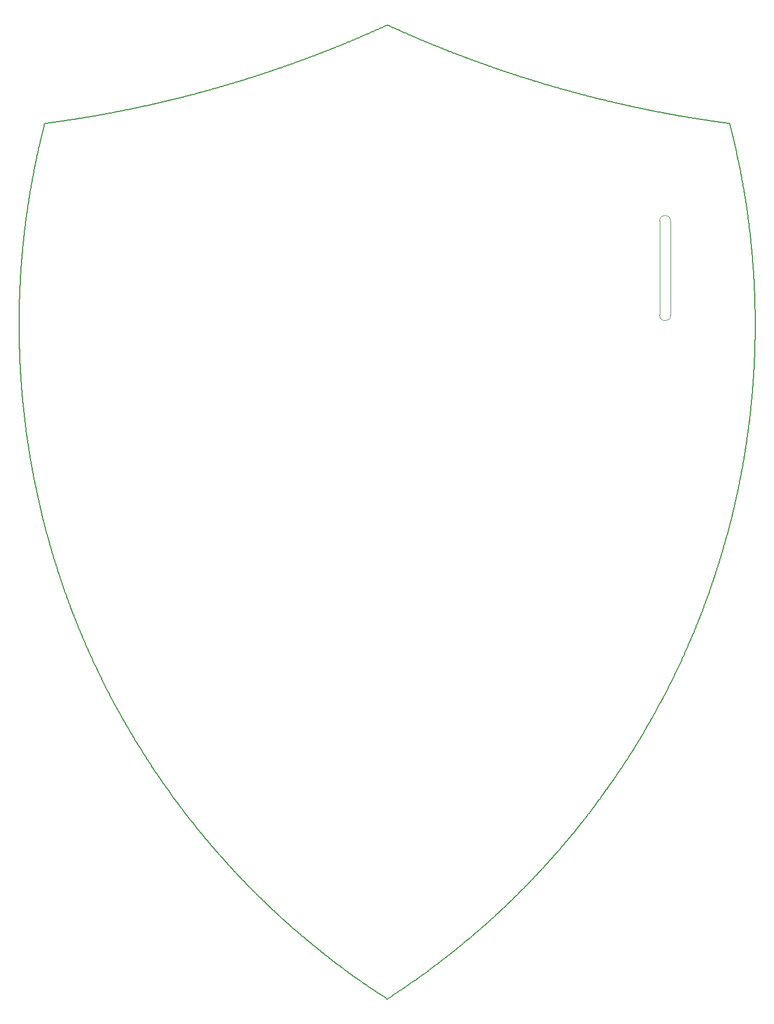
<source format=gbr>
G04 #@! TF.GenerationSoftware,KiCad,Pcbnew,6.0.0-unknown-r16647.959a4bdde.fc31*
G04 #@! TF.CreationDate,2020-02-05T23:37:17+00:00*
G04 #@! TF.ProjectId,r2,72322e6b-6963-4616-945f-706362585858,rev?*
G04 #@! TF.SameCoordinates,Original*
G04 #@! TF.FileFunction,Profile,NP*
%FSLAX46Y46*%
G04 Gerber Fmt 4.6, Leading zero omitted, Abs format (unit mm)*
G04 Created by KiCad (PCBNEW 6.0.0-unknown-r16647.959a4bdde.fc31) date 2020-02-05 23:37:17*
%MOMM*%
%LPD*%
G04 APERTURE LIST*
%ADD10C,0.200000*%
%ADD11C,0.100000*%
G04 APERTURE END LIST*
D10*
X-51312409Y131029767D02*
X-51091331Y131059011D01*
X-51091331Y131059011D02*
X-50909306Y131083300D01*
X-50909306Y131083300D02*
X-50720813Y131108649D01*
X-50720813Y131108649D02*
X-50525861Y131135083D01*
X-50525861Y131135083D02*
X-50337443Y131160835D01*
X-50337443Y131160835D02*
X-50129574Y131189482D01*
X-50129574Y131189482D02*
X-49928243Y131217463D01*
X-49928243Y131217463D02*
X-49720463Y131246582D01*
X-49720463Y131246582D02*
X-49512728Y131275943D01*
X-49512728Y131275943D02*
X-49305036Y131305542D01*
X-49305036Y131305542D02*
X-49110367Y131333510D01*
X-49110367Y131333510D02*
X-48915738Y131361689D01*
X-48915738Y131361689D02*
X-48695206Y131393882D01*
X-48695206Y131393882D02*
X-48500662Y131422511D01*
X-48500662Y131422511D02*
X-48234850Y131461981D01*
X-48234850Y131461981D02*
X-48033921Y131492085D01*
X-48033921Y131492085D02*
X-47820075Y131524378D01*
X-47820075Y131524378D02*
X-47612757Y131555935D01*
X-47612757Y131555935D02*
X-47411963Y131586734D01*
X-47411963Y131586734D02*
X-47217687Y131616757D01*
X-47217687Y131616757D02*
X-46997557Y131651034D01*
X-46997557Y131651034D02*
X-46790425Y131683544D01*
X-46790425Y131683544D02*
X-46583340Y131716292D01*
X-46583340Y131716292D02*
X-46376305Y131749282D01*
X-46376305Y131749282D02*
X-46169316Y131782508D01*
X-46169316Y131782508D02*
X-45962374Y131815976D01*
X-45962374Y131815976D02*
X-45755481Y131849682D01*
X-45755481Y131849682D02*
X-45548637Y131883628D01*
X-45548637Y131883628D02*
X-45341841Y131917813D01*
X-45341841Y131917813D02*
X-45135094Y131952238D01*
X-45135094Y131952238D02*
X-44928396Y131986900D01*
X-44928396Y131986900D02*
X-44715291Y132022898D01*
X-44715291Y132022898D02*
X-44508692Y132058046D01*
X-44508692Y132058046D02*
X-44302143Y132093433D01*
X-44302143Y132093433D02*
X-44095644Y132129059D01*
X-44095644Y132129059D02*
X-43914998Y132160428D01*
X-43914998Y132160428D02*
X-43708593Y132196500D01*
X-43708593Y132196500D02*
X-43502238Y132232812D01*
X-43502238Y132232812D02*
X-43295934Y132269364D01*
X-43295934Y132269364D02*
X-43089681Y132306154D01*
X-43089681Y132306154D02*
X-42877034Y132344342D01*
X-42877034Y132344342D02*
X-42703093Y132375776D01*
X-42703093Y132375776D02*
X-42522746Y132408554D01*
X-42522746Y132408554D02*
X-42342439Y132441514D01*
X-42342439Y132441514D02*
X-42136422Y132479406D01*
X-42136422Y132479406D02*
X-41956200Y132512757D01*
X-41956200Y132512757D02*
X-41750282Y132551096D01*
X-41750282Y132551096D02*
X-41550846Y132588464D01*
X-41550846Y132588464D02*
X-41364325Y132623625D01*
X-41364325Y132623625D02*
X-41177844Y132658978D01*
X-41177844Y132658978D02*
X-41004263Y132692070D01*
X-41004263Y132692070D02*
X-40824292Y132726564D01*
X-40824292Y132726564D02*
X-40650789Y132760001D01*
X-40650789Y132760001D02*
X-40464475Y132796104D01*
X-40464475Y132796104D02*
X-40284626Y132831146D01*
X-40284626Y132831146D02*
X-40111240Y132865110D01*
X-40111240Y132865110D02*
X-39931475Y132900511D01*
X-39931475Y132900511D02*
X-39745332Y132937368D01*
X-39745332Y132937368D02*
X-39572064Y132971856D01*
X-39572064Y132971856D02*
X-39360346Y133014240D01*
X-39360346Y133014240D02*
X-39180753Y133050399D01*
X-39180753Y133050399D02*
X-38981965Y133090646D01*
X-38981965Y133090646D02*
X-38796051Y133128496D01*
X-38796051Y133128496D02*
X-38597362Y133169174D01*
X-38597362Y133169174D02*
X-38392320Y133211398D01*
X-38392320Y133211398D02*
X-38206551Y133249867D01*
X-38206551Y133249867D02*
X-38008016Y133291203D01*
X-38008016Y133291203D02*
X-37822339Y133330075D01*
X-37822339Y133330075D02*
X-37643108Y133367792D01*
X-37643108Y133367792D02*
X-37463920Y133405690D01*
X-37463920Y133405690D02*
X-37291171Y133442405D01*
X-37291171Y133442405D02*
X-37080089Y133487509D01*
X-37080089Y133487509D02*
X-36907429Y133524599D01*
X-36907429Y133524599D02*
X-36741204Y133560475D01*
X-36741204Y133560475D02*
X-36568626Y133597897D01*
X-36568626Y133597897D02*
X-36364141Y133642467D01*
X-36364141Y133642467D02*
X-36185262Y133681659D01*
X-36185262Y133681659D02*
X-36006428Y133721031D01*
X-36006428Y133721031D02*
X-35827639Y133760586D01*
X-35827639Y133760586D02*
X-35655276Y133798900D01*
X-35655276Y133798900D02*
X-35489335Y133835952D01*
X-35489335Y133835952D02*
X-35317055Y133874596D01*
X-35317055Y133874596D02*
X-35106546Y133922054D01*
X-35106546Y133922054D02*
X-34934358Y133961072D01*
X-34934358Y133961072D02*
X-34755836Y134001712D01*
X-34755836Y134001712D02*
X-34577358Y134042533D01*
X-34577358Y134042533D02*
X-34398927Y134083535D01*
X-34398927Y134083535D02*
X-34220539Y134124716D01*
X-34220539Y134124716D02*
X-34048566Y134164597D01*
X-34048566Y134164597D02*
X-33863901Y134207621D01*
X-33863901Y134207621D02*
X-33666555Y134253827D01*
X-33666555Y134253827D02*
X-33501084Y134292749D01*
X-33501084Y134292749D02*
X-33335650Y134331829D01*
X-33335650Y134331829D02*
X-33157537Y134374088D01*
X-33157537Y134374088D02*
X-32979470Y134416527D01*
X-32979470Y134416527D02*
X-32814163Y134456094D01*
X-32814163Y134456094D02*
X-32642540Y134497351D01*
X-32642540Y134497351D02*
X-32464608Y134540313D01*
X-32464608Y134540313D02*
X-32280369Y134584999D01*
X-32280369Y134584999D02*
X-32102530Y134628326D01*
X-32102530Y134628326D02*
X-31931089Y134670278D01*
X-31931089Y134670278D02*
X-31759692Y134712397D01*
X-31759692Y134712397D02*
X-31550265Y134764104D01*
X-31550265Y134764104D02*
X-31372621Y134808170D01*
X-31372621Y134808170D02*
X-31195023Y134852417D01*
X-31195023Y134852417D02*
X-30973093Y134907980D01*
X-30973093Y134907980D02*
X-30808280Y134949437D01*
X-30808280Y134949437D02*
X-30643508Y134991049D01*
X-30643508Y134991049D02*
X-30415431Y135048921D01*
X-30415431Y135048921D02*
X-30238094Y135094140D01*
X-30238094Y135094140D02*
X-30073465Y135136289D01*
X-30073465Y135136289D02*
X-29908880Y135178593D01*
X-29908880Y135178593D02*
X-29725353Y135225962D01*
X-29725353Y135225962D02*
X-29548204Y135271879D01*
X-29548204Y135271879D02*
X-29371103Y135317975D01*
X-29371103Y135317975D02*
X-29175086Y135369221D01*
X-29175086Y135369221D02*
X-28998088Y135415695D01*
X-28998088Y135415695D02*
X-28821141Y135462350D01*
X-28821141Y135462350D02*
X-28644242Y135509184D01*
X-28644242Y135509184D02*
X-28480024Y135552834D01*
X-28480024Y135552834D02*
X-28315851Y135596641D01*
X-28315851Y135596641D02*
X-28158029Y135638905D01*
X-28158029Y135638905D02*
X-27956077Y135693212D01*
X-27956077Y135693212D02*
X-27779421Y135740923D01*
X-27779421Y135740923D02*
X-27621737Y135783675D01*
X-27621737Y135783675D02*
X-27426265Y135836885D01*
X-27426265Y135836885D02*
X-27249761Y135885134D01*
X-27249761Y135885134D02*
X-27048104Y135940496D01*
X-27048104Y135940496D02*
X-26878008Y135987389D01*
X-26878008Y135987389D02*
X-26714259Y136032705D01*
X-26714259Y136032705D02*
X-26544254Y136079924D01*
X-26544254Y136079924D02*
X-26342830Y136136103D01*
X-26342830Y136136103D02*
X-26172929Y136183685D01*
X-26172929Y136183685D02*
X-25996789Y136233208D01*
X-25996789Y136233208D02*
X-25820700Y136282908D01*
X-25820700Y136282908D02*
X-25663521Y136327434D01*
X-25663521Y136327434D02*
X-25462392Y136384637D01*
X-25462392Y136384637D02*
X-25305307Y136429488D01*
X-25305307Y136429488D02*
X-25141982Y136476286D01*
X-25141982Y136476286D02*
X-24959865Y136528662D01*
X-24959865Y136528662D02*
X-24758972Y136586680D01*
X-24758972Y136586680D02*
X-24583249Y136637637D01*
X-24583249Y136637637D02*
X-24407578Y136688773D01*
X-24407578Y136688773D02*
X-24238230Y136738251D01*
X-24238230Y136738251D02*
X-24056393Y136791579D01*
X-24056393Y136791579D02*
X-23899684Y136837707D01*
X-23899684Y136837707D02*
X-23724218Y136889536D01*
X-23724218Y136889536D02*
X-23536279Y136945267D01*
X-23536279Y136945267D02*
X-23354662Y136999334D01*
X-23354662Y136999334D02*
X-23185621Y137049844D01*
X-23185621Y137049844D02*
X-23010372Y137102400D01*
X-23010372Y137102400D02*
X-22835177Y137155134D01*
X-22835177Y137155134D02*
X-22660038Y137208048D01*
X-22660038Y137208048D02*
X-22503709Y137255442D01*
X-22503709Y137255442D02*
X-22328671Y137308692D01*
X-22328671Y137308692D02*
X-22153685Y137362118D01*
X-22153685Y137362118D02*
X-21997497Y137409972D01*
X-21997497Y137409972D02*
X-21803883Y137469507D01*
X-21803883Y137469507D02*
X-21635302Y137521537D01*
X-21635302Y137521537D02*
X-21454295Y137577607D01*
X-21454295Y137577607D02*
X-21298300Y137626095D01*
X-21298300Y137626095D02*
X-21136113Y137676674D01*
X-21136113Y137676674D02*
X-20930327Y137741091D01*
X-20930327Y137741091D02*
X-20755782Y137795941D01*
X-20755782Y137795941D02*
X-20581293Y137850969D01*
X-20581293Y137850969D02*
X-20425544Y137900251D01*
X-20425544Y137900251D02*
X-20257387Y137953636D01*
X-20257387Y137953636D02*
X-20101733Y138003212D01*
X-20101733Y138003212D02*
X-19939897Y138054921D01*
X-19939897Y138054921D02*
X-19759447Y138112777D01*
X-19759447Y138112777D02*
X-19603935Y138162807D01*
X-19603935Y138162807D02*
X-19417379Y138223028D01*
X-19417379Y138223028D02*
X-19237103Y138281437D01*
X-19237103Y138281437D02*
X-19069315Y138335988D01*
X-19069315Y138335988D02*
X-18907792Y138388675D01*
X-18907792Y138388675D02*
X-18746318Y138441514D01*
X-18746318Y138441514D02*
X-18572475Y138498587D01*
X-18572475Y138498587D02*
X-18411103Y138551744D01*
X-18411103Y138551744D02*
X-18249779Y138605053D01*
X-18249779Y138605053D02*
X-18069899Y138664693D01*
X-18069899Y138664693D02*
X-17914881Y138716260D01*
X-17914881Y138716260D02*
X-17753709Y138770037D01*
X-17753709Y138770037D02*
X-17573998Y138830201D01*
X-17573998Y138830201D02*
X-17419127Y138882218D01*
X-17419127Y138882218D02*
X-17258109Y138936467D01*
X-17258109Y138936467D02*
X-17053812Y139005541D01*
X-17053812Y139005541D02*
X-16880532Y139064340D01*
X-16880532Y139064340D02*
X-16682570Y139131757D01*
X-16682570Y139131757D02*
X-16503233Y139193052D01*
X-16503233Y139193052D02*
X-16317778Y139256662D01*
X-16317778Y139256662D02*
X-16089142Y139335391D01*
X-16089142Y139335391D02*
X-15934718Y139388762D01*
X-15934718Y139388762D02*
X-15767992Y139446560D01*
X-15767992Y139446560D02*
X-15545778Y139523882D01*
X-15545778Y139523882D02*
X-15379178Y139582062D01*
X-15379178Y139582062D02*
X-15206468Y139642570D01*
X-15206468Y139642570D02*
X-15052314Y139696745D01*
X-15052314Y139696745D02*
X-14904370Y139748886D01*
X-14904370Y139748886D02*
X-14750310Y139803338D01*
X-14750310Y139803338D02*
X-14559341Y139871051D01*
X-14559341Y139871051D02*
X-14386916Y139932398D01*
X-14386916Y139932398D02*
X-14239171Y139985121D01*
X-14239171Y139985121D02*
X-14073011Y140044589D01*
X-14073011Y140044589D02*
X-13894605Y140108646D01*
X-13894605Y140108646D02*
X-13747008Y140161802D01*
X-13747008Y140161802D02*
X-13599456Y140215085D01*
X-13599456Y140215085D02*
X-13451948Y140268498D01*
X-13451948Y140268498D02*
X-13298340Y140324274D01*
X-13298340Y140324274D02*
X-13138642Y140382431D01*
X-13138642Y140382431D02*
X-12936023Y140456463D01*
X-12936023Y140456463D02*
X-12788719Y140510460D01*
X-12788719Y140510460D02*
X-12641457Y140564583D01*
X-12641457Y140564583D02*
X-12488109Y140621100D01*
X-12488109Y140621100D02*
X-12298027Y140691376D01*
X-12298027Y140691376D02*
X-12126401Y140755034D01*
X-12126401Y140755034D02*
X-11979346Y140809740D01*
X-11979346Y140809740D02*
X-11832334Y140864574D01*
X-11832334Y140864574D02*
X-11660879Y140928710D01*
X-11660879Y140928710D02*
X-11495606Y140990723D01*
X-11495606Y140990723D02*
X-11348745Y141045980D01*
X-11348745Y141045980D02*
X-11177467Y141110612D01*
X-11177467Y141110612D02*
X-11030707Y141166152D01*
X-11030707Y141166152D02*
X-10853433Y141233434D01*
X-10853433Y141233434D02*
X-10706774Y141289256D01*
X-10706774Y141289256D02*
X-10560161Y141345207D01*
X-10560161Y141345207D02*
X-10389172Y141410647D01*
X-10389172Y141410647D02*
X-10236557Y141469224D01*
X-10236557Y141469224D02*
X-10090093Y141525589D01*
X-10090093Y141525589D02*
X-9943677Y141582082D01*
X-9943677Y141582082D02*
X-9785111Y141643429D01*
X-9785111Y141643429D02*
X-9608315Y141712034D01*
X-9608315Y141712034D02*
X-9455961Y141771326D01*
X-9455961Y141771326D02*
X-9309746Y141828377D01*
X-9309746Y141828377D02*
X-9145313Y141892714D01*
X-9145313Y141892714D02*
X-8993112Y141952429D01*
X-8993112Y141952429D02*
X-8828793Y142017080D01*
X-8828793Y142017080D02*
X-8682783Y142074683D01*
X-8682783Y142074683D02*
X-8530738Y142134823D01*
X-8530738Y142134823D02*
X-8342275Y142209590D01*
X-8342275Y142209590D02*
X-8190346Y142270043D01*
X-8190346Y142270043D02*
X-8008100Y142342768D01*
X-8008100Y142342768D02*
X-7832001Y142413261D01*
X-7832001Y142413261D02*
X-7680248Y142474183D01*
X-7680248Y142474183D02*
X-7534612Y142532797D01*
X-7534612Y142532797D02*
X-7376894Y142596440D01*
X-7376894Y142596440D02*
X-7231360Y142655320D01*
X-7231360Y142655320D02*
X-7079812Y142716793D01*
X-7079812Y142716793D02*
X-6934378Y142775939D01*
X-6934378Y142775939D02*
X-6770819Y142842627D01*
X-6770819Y142842627D02*
X-6619430Y142904522D01*
X-6619430Y142904522D02*
X-6474148Y142964071D01*
X-6474148Y142964071D02*
X-6310764Y143031218D01*
X-6310764Y143031218D02*
X-6165587Y143091042D01*
X-6165587Y143091042D02*
X-5990226Y143163496D01*
X-5990226Y143163496D02*
X-5839111Y143226106D01*
X-5839111Y143226106D02*
X-5694090Y143286345D01*
X-5694090Y143286345D02*
X-5531003Y143354265D01*
X-5531003Y143354265D02*
X-5386088Y143414777D01*
X-5386088Y143414777D02*
X-5235186Y143477942D01*
X-5235186Y143477942D02*
X-5090371Y143538715D01*
X-5090371Y143538715D02*
X-4927514Y143607234D01*
X-4927514Y143607234D02*
X-4776777Y143670823D01*
X-4776777Y143670823D02*
X-4589938Y143749868D01*
X-4589938Y143749868D02*
X-4439318Y143813766D01*
X-4439318Y143813766D02*
X-4276714Y143882934D01*
X-4276714Y143882934D02*
X-4126208Y143947122D01*
X-4126208Y143947122D02*
X-3981775Y144008872D01*
X-3981775Y144008872D02*
X-3837394Y144070753D01*
X-3837394Y144070753D02*
X-3675022Y144140518D01*
X-3675022Y144140518D02*
X-3524735Y144205260D01*
X-3524735Y144205260D02*
X-3368496Y144272740D01*
X-3368496Y144272740D02*
X-3218321Y144337765D01*
X-3218321Y144337765D02*
X-3050192Y144410758D01*
X-3050192Y144410758D02*
X-2906134Y144473459D01*
X-2906134Y144473459D02*
X-2756126Y144538910D01*
X-2756126Y144538910D02*
X-2612173Y144601873D01*
X-2612173Y144601873D02*
X-2450285Y144672860D01*
X-2450285Y144672860D02*
X-2300448Y144738732D01*
X-2300448Y144738732D02*
X-2144674Y144807384D01*
X-2144674Y144807384D02*
X-1994950Y144873538D01*
X-1994950Y144873538D02*
X-1851266Y144937175D01*
X-1851266Y144937175D02*
X-1689685Y145008919D01*
X-1689685Y145008919D02*
X-1546111Y145072829D01*
X-1546111Y145072829D02*
X-1396609Y145139535D01*
X-1396609Y145139535D02*
X-1253139Y145203702D01*
X-1253139Y145203702D02*
X-1085824Y145278726D01*
X-1085824Y145278726D02*
X-942467Y145343169D01*
X-942467Y145343169D02*
X-799162Y145407740D01*
X-799162Y145407740D02*
X-649939Y145475136D01*
X-649939Y145475136D02*
X-506741Y145539966D01*
X-506741Y145539966D02*
X-363594Y145604925D01*
X-363594Y145604925D02*
X-220500Y145670009D01*
X-220500Y145670009D02*
X-59581Y145743383D01*
X-59581Y145743383D02*
X0Y145770600D01*
X-46883119Y57219047D02*
X-46812154Y57038203D01*
X-46812154Y57038203D02*
X-46744308Y56866103D01*
X-46744308Y56866103D02*
X-46662554Y56659750D01*
X-46662554Y56659750D02*
X-46600995Y56505103D01*
X-46600995Y56505103D02*
X-46539229Y56350559D01*
X-46539229Y56350559D02*
X-46477256Y56196118D01*
X-46477256Y56196118D02*
X-46408154Y56024636D01*
X-46408154Y56024636D02*
X-46345743Y55870412D01*
X-46345743Y55870412D02*
X-46283126Y55716291D01*
X-46283126Y55716291D02*
X-46213310Y55545167D01*
X-46213310Y55545167D02*
X-46150255Y55391264D01*
X-46150255Y55391264D02*
X-46086996Y55237464D01*
X-46086996Y55237464D02*
X-46016465Y55066699D01*
X-46016465Y55066699D02*
X-45952768Y54913120D01*
X-45952768Y54913120D02*
X-45888868Y54759646D01*
X-45888868Y54759646D02*
X-45824759Y54606273D01*
X-45824759Y54606273D02*
X-45731795Y54384921D01*
X-45731795Y54384921D02*
X-45667185Y54231807D01*
X-45667185Y54231807D02*
X-45602369Y54078797D01*
X-45602369Y54078797D02*
X-45530111Y53908912D01*
X-45530111Y53908912D02*
X-45464862Y53756123D01*
X-45464862Y53756123D02*
X-45392123Y53586484D01*
X-45392123Y53586484D02*
X-45319132Y53416976D01*
X-45319132Y53416976D02*
X-45253225Y53264531D01*
X-45253225Y53264531D02*
X-45179753Y53095271D01*
X-45179753Y53095271D02*
X-45113413Y52943049D01*
X-45113413Y52943049D02*
X-45039463Y52774040D01*
X-45039463Y52774040D02*
X-44965261Y52605160D01*
X-44965261Y52605160D02*
X-44890807Y52436415D01*
X-44890807Y52436415D02*
X-44823584Y52284657D01*
X-44823584Y52284657D02*
X-44756156Y52133005D01*
X-44756156Y52133005D02*
X-44673470Y51947801D01*
X-44673470Y51947801D02*
X-44598039Y51779574D01*
X-44598039Y51779574D02*
X-44529933Y51628282D01*
X-44529933Y51628282D02*
X-44454025Y51460306D01*
X-44454025Y51460306D02*
X-44377865Y51292465D01*
X-44377865Y51292465D02*
X-44301456Y51124759D01*
X-44301456Y51124759D02*
X-44224799Y50957188D01*
X-44224799Y50957188D02*
X-44147890Y50789748D01*
X-44147890Y50789748D02*
X-44078459Y50639170D01*
X-44078459Y50639170D02*
X-43993324Y50455277D01*
X-43993324Y50455277D02*
X-43907889Y50271548D01*
X-43907889Y50271548D02*
X-43837764Y50121347D01*
X-43837764Y50121347D02*
X-43767437Y49971255D01*
X-43767437Y49971255D02*
X-43696910Y49821276D01*
X-43696910Y49821276D02*
X-43618310Y49654761D01*
X-43618310Y49654761D02*
X-43547358Y49505013D01*
X-43547358Y49505013D02*
X-43436587Y49272291D01*
X-43436587Y49272291D02*
X-43357170Y49106227D01*
X-43357170Y49106227D02*
X-43269524Y48923714D01*
X-43269524Y48923714D02*
X-43197592Y48774510D01*
X-43197592Y48774510D02*
X-43125462Y48625418D01*
X-43125462Y48625418D02*
X-43037028Y48443344D01*
X-43037028Y48443344D02*
X-42948297Y48261437D01*
X-42948297Y48261437D02*
X-42875477Y48112730D01*
X-42875477Y48112730D02*
X-42802457Y47964136D01*
X-42802457Y47964136D02*
X-42729239Y47815653D01*
X-42729239Y47815653D02*
X-42647652Y47650806D01*
X-42647652Y47650806D02*
X-42574015Y47502563D01*
X-42574015Y47502563D02*
X-42500176Y47354431D01*
X-42500176Y47354431D02*
X-42401417Y47157099D01*
X-42401417Y47157099D02*
X-42318850Y46992814D01*
X-42318850Y46992814D02*
X-42236036Y46828665D01*
X-42236036Y46828665D02*
X-42161296Y46681053D01*
X-42161296Y46681053D02*
X-42052989Y46468038D01*
X-42052989Y46468038D02*
X-41977764Y46320704D01*
X-41977764Y46320704D02*
X-41902340Y46173484D01*
X-41902340Y46173484D02*
X-41793051Y45961039D01*
X-41793051Y45961039D02*
X-41700252Y45781464D01*
X-41700252Y45781464D02*
X-41615636Y45618364D01*
X-41615636Y45618364D02*
X-41539273Y45471697D01*
X-41539273Y45471697D02*
X-41462712Y45325144D01*
X-41462712Y45325144D02*
X-41368872Y45146182D01*
X-41368872Y45146182D02*
X-41291875Y44999888D01*
X-41291875Y44999888D02*
X-41214682Y44853708D01*
X-41214682Y44853708D02*
X-41137293Y44707647D01*
X-41137293Y44707647D02*
X-41042441Y44529287D01*
X-41042441Y44529287D02*
X-40955960Y44367293D01*
X-40955960Y44367293D02*
X-40860548Y44189263D01*
X-40860548Y44189263D02*
X-40782268Y44043734D01*
X-40782268Y44043734D02*
X-40703793Y43898322D01*
X-40703793Y43898322D02*
X-40625122Y43753027D01*
X-40625122Y43753027D02*
X-40528705Y43575608D01*
X-40528705Y43575608D02*
X-40405572Y43350054D01*
X-40405572Y43350054D02*
X-40317330Y43189118D01*
X-40317330Y43189118D02*
X-40237708Y43044403D01*
X-40237708Y43044403D02*
X-40157892Y42899805D01*
X-40157892Y42899805D02*
X-40077882Y42755326D01*
X-40077882Y42755326D02*
X-39979829Y42578904D01*
X-39979829Y42578904D02*
X-39881486Y42402659D01*
X-39881486Y42402659D02*
X-39782854Y42226592D01*
X-39782854Y42226592D02*
X-39701940Y42082671D01*
X-39701940Y42082671D02*
X-39602782Y41906931D01*
X-39602782Y41906931D02*
X-39458039Y41651628D01*
X-39458039Y41651628D02*
X-39385440Y41524119D01*
X-39385440Y41524119D02*
X-39312688Y41396707D01*
X-39312688Y41396707D02*
X-39239784Y41269390D01*
X-39239784Y41269390D02*
X-39166727Y41142166D01*
X-39166727Y41142166D02*
X-39093518Y41015041D01*
X-39093518Y41015041D02*
X-39020158Y40888009D01*
X-39020158Y40888009D02*
X-38946648Y40761076D01*
X-38946648Y40761076D02*
X-38872985Y40634236D01*
X-38872985Y40634236D02*
X-38799170Y40507495D01*
X-38799170Y40507495D02*
X-38715948Y40365025D01*
X-38715948Y40365025D02*
X-38623254Y40206869D01*
X-38623254Y40206869D02*
X-38521018Y40033071D01*
X-38521018Y40033071D02*
X-38296965Y39654511D01*
X-38296965Y39654511D02*
X-38221980Y39528517D01*
X-38221980Y39528517D02*
X-38146845Y39402622D01*
X-38146845Y39402622D02*
X-38071560Y39276826D01*
X-38071560Y39276826D02*
X-37967795Y39104012D01*
X-37967795Y39104012D02*
X-37892151Y38978446D01*
X-37892151Y38978446D02*
X-37816358Y38852980D01*
X-37816358Y38852980D02*
X-37740417Y38727610D01*
X-37740417Y38727610D02*
X-37645276Y38571034D01*
X-37645276Y38571034D02*
X-37568996Y38445886D01*
X-37568996Y38445886D02*
X-37492567Y38320837D01*
X-37492567Y38320837D02*
X-37348857Y38086632D01*
X-37348857Y38086632D02*
X-37271998Y37961866D01*
X-37271998Y37961866D02*
X-37194988Y37837198D01*
X-37194988Y37837198D02*
X-37117831Y37712629D01*
X-37117831Y37712629D02*
X-37030849Y37572607D01*
X-37030849Y37572607D02*
X-36953375Y37448250D01*
X-36953375Y37448250D02*
X-36856324Y37292944D01*
X-36856324Y37292944D02*
X-36759039Y37137791D01*
X-36759039Y37137791D02*
X-36661522Y36982795D01*
X-36661522Y36982795D02*
X-36583341Y36858911D01*
X-36583341Y36858911D02*
X-36485407Y36704196D01*
X-36485407Y36704196D02*
X-36397068Y36565087D01*
X-36397068Y36565087D02*
X-36269138Y36364375D01*
X-36269138Y36364375D02*
X-36190217Y36240993D01*
X-36190217Y36240993D02*
X-36111148Y36117711D01*
X-36111148Y36117711D02*
X-36031931Y35994529D01*
X-36031931Y35994529D02*
X-35922767Y35825319D01*
X-35922767Y35825319D02*
X-35833243Y35687018D01*
X-35833243Y35687018D02*
X-35753510Y35564191D01*
X-35753510Y35564191D02*
X-35623631Y35364813D01*
X-35623631Y35364813D02*
X-35513430Y35196317D01*
X-35513430Y35196317D02*
X-35433109Y35073897D01*
X-35433109Y35073897D02*
X-35352641Y34951576D01*
X-35352641Y34951576D02*
X-35272027Y34829361D01*
X-35272027Y34829361D02*
X-35191266Y34707245D01*
X-35191266Y34707245D02*
X-35110358Y34585234D01*
X-35110358Y34585234D02*
X-34968417Y34371959D01*
X-34968417Y34371959D02*
X-34866757Y34219811D01*
X-34866757Y34219811D02*
X-34785265Y34098208D01*
X-34785265Y34098208D02*
X-34693411Y33961529D01*
X-34693411Y33961529D02*
X-34591135Y33809815D01*
X-34591135Y33809815D02*
X-34498891Y33673411D01*
X-34498891Y33673411D02*
X-34385900Y33506873D01*
X-34385900Y33506873D02*
X-34262323Y33325420D01*
X-34262323Y33325420D02*
X-34138418Y33144197D01*
X-34138418Y33144197D02*
X-34055634Y33023514D01*
X-34055634Y33023514D02*
X-33900021Y32797512D01*
X-33900021Y32797512D02*
X-33806411Y32662086D01*
X-33806411Y32662086D02*
X-33691749Y32496745D01*
X-33691749Y32496745D02*
X-33587274Y32346608D01*
X-33587274Y32346608D02*
X-33482571Y32196632D01*
X-33482571Y32196632D02*
X-33377643Y32046821D01*
X-33377643Y32046821D02*
X-33272491Y31897176D01*
X-33272491Y31897176D02*
X-33156562Y31732753D01*
X-33156562Y31732753D02*
X-33061510Y31598375D01*
X-33061510Y31598375D02*
X-32976865Y31479041D01*
X-32976865Y31479041D02*
X-32892079Y31359812D01*
X-32892079Y31359812D02*
X-32807146Y31240688D01*
X-32807146Y31240688D02*
X-32722072Y31121670D01*
X-32722072Y31121670D02*
X-32636854Y31002760D01*
X-32636854Y31002760D02*
X-32551492Y30883954D01*
X-32551492Y30883954D02*
X-32423182Y30705947D01*
X-32423182Y30705947D02*
X-32337463Y30587406D01*
X-32337463Y30587406D02*
X-32240859Y30454179D01*
X-32240859Y30454179D02*
X-32144072Y30321084D01*
X-32144072Y30321084D02*
X-32057889Y30202891D01*
X-32057889Y30202891D02*
X-31971564Y30084806D01*
X-31971564Y30084806D02*
X-31852633Y29922614D01*
X-31852633Y29922614D02*
X-31765969Y29804784D01*
X-31765969Y29804784D02*
X-31657439Y29657647D01*
X-31657439Y29657647D02*
X-31559573Y29525370D01*
X-31559573Y29525370D02*
X-31417892Y29334540D01*
X-31417892Y29334540D02*
X-31264894Y29129351D01*
X-31264894Y29129351D02*
X-31166309Y28997619D01*
X-31166309Y28997619D02*
X-31078528Y28880640D01*
X-31078528Y28880640D02*
X-30979605Y28749167D01*
X-30979605Y28749167D02*
X-30891524Y28632419D01*
X-30891524Y28632419D02*
X-30781224Y28486634D01*
X-30781224Y28486634D02*
X-30681765Y28355574D01*
X-30681765Y28355574D02*
X-30571044Y28210113D01*
X-30571044Y28210113D02*
X-30460105Y28064823D01*
X-30460105Y28064823D02*
X-30360072Y27934208D01*
X-30360072Y27934208D02*
X-30237568Y27774758D01*
X-30237568Y27774758D02*
X-30114799Y27615513D01*
X-30114799Y27615513D02*
X-29980565Y27442029D01*
X-29980565Y27442029D02*
X-29879683Y27312077D01*
X-29879683Y27312077D02*
X-29789862Y27196684D01*
X-29789862Y27196684D02*
X-29688644Y27066996D01*
X-29688644Y27066996D02*
X-29598527Y26951837D01*
X-29598527Y26951837D02*
X-29496977Y26822414D01*
X-29496977Y26822414D02*
X-29383936Y26678775D01*
X-29383936Y26678775D02*
X-29282013Y26549649D01*
X-29282013Y26549649D02*
X-29168557Y26406340D01*
X-29168557Y26406340D02*
X-29077639Y26291819D01*
X-29077639Y26291819D02*
X-28918193Y26091673D01*
X-28918193Y26091673D02*
X-28826890Y25977457D01*
X-28826890Y25977457D02*
X-28712569Y25834847D01*
X-28712569Y25834847D02*
X-28609491Y25706645D01*
X-28609491Y25706645D02*
X-28517721Y25592806D01*
X-28517721Y25592806D02*
X-28414314Y25464873D01*
X-28414314Y25464873D02*
X-28299213Y25322890D01*
X-28299213Y25322890D02*
X-28195436Y25195256D01*
X-28195436Y25195256D02*
X-28091485Y25067766D01*
X-28091485Y25067766D02*
X-27998938Y24954562D01*
X-27998938Y24954562D02*
X-27848253Y24770842D01*
X-27848253Y24770842D02*
X-27732095Y24629722D01*
X-27732095Y24629722D02*
X-27569113Y24432454D01*
X-27569113Y24432454D02*
X-27440759Y24277700D01*
X-27440759Y24277700D02*
X-27312149Y24123163D01*
X-27312149Y24123163D02*
X-27195003Y23982859D01*
X-27195003Y23982859D02*
X-27054145Y23814729D01*
X-27054145Y23814729D02*
X-26960070Y23702788D01*
X-26960070Y23702788D02*
X-26854073Y23576989D01*
X-26854073Y23576989D02*
X-26747901Y23451334D01*
X-26747901Y23451334D02*
X-26617902Y23297952D01*
X-26617902Y23297952D02*
X-26511349Y23172621D01*
X-26511349Y23172621D02*
X-26404621Y23047434D01*
X-26404621Y23047434D02*
X-26214458Y22825239D01*
X-26214458Y22825239D02*
X-26107254Y22700457D01*
X-26107254Y22700457D02*
X-26011816Y22589663D01*
X-26011816Y22589663D02*
X-25916242Y22478984D01*
X-25916242Y22478984D02*
X-25808561Y22354609D01*
X-25808561Y22354609D02*
X-25652719Y22175213D01*
X-25652719Y22175213D02*
X-25544617Y22051197D01*
X-25544617Y22051197D02*
X-25436346Y21927326D01*
X-25436346Y21927326D02*
X-25339962Y21817344D01*
X-25339962Y21817344D02*
X-25195133Y21652586D01*
X-25195133Y21652586D02*
X-25098411Y21542895D01*
X-25098411Y21542895D02*
X-24977321Y21405946D01*
X-24977321Y21405946D02*
X-24880296Y21296516D01*
X-24880296Y21296516D02*
X-24758826Y21159894D01*
X-24758826Y21159894D02*
X-24661498Y21050728D01*
X-24661498Y21050728D02*
X-24515257Y20887200D01*
X-24515257Y20887200D02*
X-24405378Y20764727D01*
X-24405378Y20764727D02*
X-24307565Y20655988D01*
X-24307565Y20655988D02*
X-24197366Y20533797D01*
X-24197366Y20533797D02*
X-24086996Y20411755D01*
X-24086996Y20411755D02*
X-23988749Y20303399D01*
X-23988749Y20303399D02*
X-23878061Y20181639D01*
X-23878061Y20181639D02*
X-23779532Y20073536D01*
X-23779532Y20073536D02*
X-23656181Y19938571D01*
X-23656181Y19938571D02*
X-23544987Y19817262D01*
X-23544987Y19817262D02*
X-23446008Y19709557D01*
X-23446008Y19709557D02*
X-23346897Y19601973D01*
X-23346897Y19601973D02*
X-23235235Y19481080D01*
X-23235235Y19481080D02*
X-23135840Y19373748D01*
X-23135840Y19373748D02*
X-23023863Y19253141D01*
X-23023863Y19253141D02*
X-22924187Y19146061D01*
X-22924187Y19146061D02*
X-22736937Y18945611D01*
X-22736937Y18945611D02*
X-22624365Y18825544D01*
X-22624365Y18825544D02*
X-22524160Y18718944D01*
X-22524160Y18718944D02*
X-22423822Y18612464D01*
X-22423822Y18612464D02*
X-22323354Y18506104D01*
X-22323354Y18506104D02*
X-22222754Y18399866D01*
X-22222754Y18399866D02*
X-22109421Y18280491D01*
X-22109421Y18280491D02*
X-21945424Y18108331D01*
X-21945424Y18108331D02*
X-21831686Y17989329D01*
X-21831686Y17989329D02*
X-21730445Y17883680D01*
X-21730445Y17883680D02*
X-21629072Y17778148D01*
X-21629072Y17778148D02*
X-21527568Y17672739D01*
X-21527568Y17672739D02*
X-21375069Y17514855D01*
X-21375069Y17514855D02*
X-21273238Y17409750D01*
X-21273238Y17409750D02*
X-21133007Y17265430D01*
X-21133007Y17265430D02*
X-20992532Y17121339D01*
X-20992532Y17121339D02*
X-20877414Y17003618D01*
X-20877414Y17003618D02*
X-20749311Y16873000D01*
X-20749311Y16873000D02*
X-20633845Y16755606D01*
X-20633845Y16755606D02*
X-20518214Y16638369D01*
X-20518214Y16638369D02*
X-20402418Y16521284D01*
X-20402418Y16521284D02*
X-20260667Y16378393D01*
X-20260667Y16378393D02*
X-20157424Y16274620D01*
X-20157424Y16274620D02*
X-20041117Y16158020D01*
X-20041117Y16158020D02*
X-19937597Y16054507D01*
X-19937597Y16054507D02*
X-19782074Y15899468D01*
X-19782074Y15899468D02*
X-19678231Y15796264D01*
X-19678231Y15796264D02*
X-19574258Y15693182D01*
X-19574258Y15693182D02*
X-19444113Y15564505D01*
X-19444113Y15564505D02*
X-19339852Y15461703D01*
X-19339852Y15461703D02*
X-19235461Y15359025D01*
X-19235461Y15359025D02*
X-19130942Y15256470D01*
X-19130942Y15256470D02*
X-19000111Y15128452D01*
X-19000111Y15128452D02*
X-18895305Y15026179D01*
X-18895305Y15026179D02*
X-18750984Y14885755D01*
X-18750984Y14885755D02*
X-18619574Y14758303D01*
X-18619574Y14758303D02*
X-18501135Y14643763D01*
X-18501135Y14643763D02*
X-18369343Y14516680D01*
X-18369343Y14516680D02*
X-18210931Y14364440D01*
X-18210931Y14364440D02*
X-18105164Y14263104D01*
X-18105164Y14263104D02*
X-17959525Y14123969D01*
X-17959525Y14123969D02*
X-17840189Y14010310D01*
X-17840189Y14010310D02*
X-17707403Y13884210D01*
X-17707403Y13884210D02*
X-17587727Y13770888D01*
X-17587727Y13770888D02*
X-17441235Y13632598D01*
X-17441235Y13632598D02*
X-17334547Y13532176D01*
X-17334547Y13532176D02*
X-17201009Y13406824D01*
X-17201009Y13406824D02*
X-17080655Y13294176D01*
X-17080655Y13294176D02*
X-16960141Y13181690D01*
X-16960141Y13181690D02*
X-16852884Y13081837D01*
X-16852884Y13081837D02*
X-16745501Y12982112D01*
X-16745501Y12982112D02*
X-16624540Y12870070D01*
X-16624540Y12870070D02*
X-16516889Y12770614D01*
X-16516889Y12770614D02*
X-16409111Y12671287D01*
X-16409111Y12671287D02*
X-16233704Y12510149D01*
X-16233704Y12510149D02*
X-16112075Y12398792D01*
X-16112075Y12398792D02*
X-15990286Y12287595D01*
X-15990286Y12287595D02*
X-15854778Y12164234D01*
X-15854778Y12164234D02*
X-15719075Y12041072D01*
X-15719075Y12041072D02*
X-15610373Y11942687D01*
X-15610373Y11942687D02*
X-15474319Y11819888D01*
X-15474319Y11819888D02*
X-15310795Y11672793D01*
X-15310795Y11672793D02*
X-15174311Y11550436D01*
X-15174311Y11550436D02*
X-15064986Y11452696D01*
X-15064986Y11452696D02*
X-14914458Y11318514D01*
X-14914458Y11318514D02*
X-14736258Y11160248D01*
X-14736258Y11160248D02*
X-14626433Y11063025D01*
X-14626433Y11063025D02*
X-14502732Y10953803D01*
X-14502732Y10953803D02*
X-14378874Y10844746D01*
X-14378874Y10844746D02*
X-14241071Y10723765D01*
X-14241071Y10723765D02*
X-14116884Y10615056D01*
X-14116884Y10615056D02*
X-13964885Y10482411D01*
X-13964885Y10482411D02*
X-13854193Y10386097D01*
X-13854193Y10386097D02*
X-13729520Y10277902D01*
X-13729520Y10277902D02*
X-13590810Y10157877D01*
X-13590810Y10157877D02*
X-13424104Y10014118D01*
X-13424104Y10014118D02*
X-13284971Y9894546D01*
X-13284971Y9894546D02*
X-13173526Y9799033D01*
X-13173526Y9799033D02*
X-13061959Y9703653D01*
X-13061959Y9703653D02*
X-12950268Y9608404D01*
X-12950268Y9608404D02*
X-12838456Y9513288D01*
X-12838456Y9513288D02*
X-12712520Y9406439D01*
X-12712520Y9406439D02*
X-12572413Y9287914D01*
X-12572413Y9287914D02*
X-12460188Y9193242D01*
X-12460188Y9193242D02*
X-12319735Y9075087D01*
X-12319735Y9075087D02*
X-12207235Y8980713D01*
X-12207235Y8980713D02*
X-12080528Y8874699D01*
X-12080528Y8874699D02*
X-11854891Y8686647D01*
X-11854891Y8686647D02*
X-11685345Y8545956D01*
X-11685345Y8545956D02*
X-11558005Y8440635D01*
X-11558005Y8440635D02*
X-11430512Y8335482D01*
X-11430512Y8335482D02*
X-11246084Y8183890D01*
X-11246084Y8183890D02*
X-11089781Y8055896D01*
X-11089781Y8055896D02*
X-10961728Y7951362D01*
X-10961728Y7951362D02*
X-10847773Y7858584D01*
X-10847773Y7858584D02*
X-10733699Y7765941D01*
X-10733699Y7765941D02*
X-10619504Y7673434D01*
X-10619504Y7673434D02*
X-10505189Y7581059D01*
X-10505189Y7581059D02*
X-10390752Y7488818D01*
X-10390752Y7488818D02*
X-10276196Y7396712D01*
X-10276196Y7396712D02*
X-10118488Y7270287D01*
X-10118488Y7270287D02*
X-9946181Y7132658D01*
X-9946181Y7132658D02*
X-9802388Y7018201D01*
X-9802388Y7018201D02*
X-9543088Y6812708D01*
X-9543088Y6812708D02*
X-9413211Y6710219D01*
X-9413211Y6710219D02*
X-9283184Y6607902D01*
X-9283184Y6607902D02*
X-9167477Y6517098D01*
X-9167477Y6517098D02*
X-9051652Y6426427D01*
X-9051652Y6426427D02*
X-8921206Y6324588D01*
X-8921206Y6324588D02*
X-8790610Y6222920D01*
X-8790610Y6222920D02*
X-8645327Y6110158D01*
X-8645327Y6110158D02*
X-8514414Y6008854D01*
X-8514414Y6008854D02*
X-8383350Y5907724D01*
X-8383350Y5907724D02*
X-8266724Y5817975D01*
X-8266724Y5817975D02*
X-8106170Y5694794D01*
X-8106170Y5694794D02*
X-7989265Y5605372D01*
X-7989265Y5605372D02*
X-7872240Y5516086D01*
X-7872240Y5516086D02*
X-7755099Y5426937D01*
X-7755099Y5426937D02*
X-7549814Y5271255D01*
X-7549814Y5271255D02*
X-7417657Y5171396D01*
X-7417657Y5171396D02*
X-7270641Y5060648D01*
X-7270641Y5060648D02*
X-7138168Y4961158D01*
X-7138168Y4961158D02*
X-6961308Y4828776D01*
X-6961308Y4828776D02*
X-6828493Y4729697D01*
X-6828493Y4729697D02*
X-6680743Y4619809D01*
X-6680743Y4619809D02*
X-6562413Y4532057D01*
X-6562413Y4532057D02*
X-6414337Y4422562D01*
X-6414337Y4422562D02*
X-6280912Y4324201D01*
X-6280912Y4324201D02*
X-6147340Y4226014D01*
X-6147340Y4226014D02*
X-5983885Y4106251D01*
X-5983885Y4106251D02*
X-5849987Y4008458D01*
X-5849987Y4008458D02*
X-5730842Y3921679D01*
X-5730842Y3921679D02*
X-5611581Y3835039D01*
X-5611581Y3835039D02*
X-5477274Y3737735D01*
X-5477274Y3737735D02*
X-5342821Y3640610D01*
X-5342821Y3640610D02*
X-5148353Y3500631D01*
X-5148353Y3500631D02*
X-5028529Y3414674D01*
X-5028529Y3414674D02*
X-4893589Y3318140D01*
X-4893589Y3318140D02*
X-4773519Y3232480D01*
X-4773519Y3232480D02*
X-4653335Y3146961D01*
X-4653335Y3146961D02*
X-4533034Y3061582D01*
X-4533034Y3061582D02*
X-4397561Y2965702D01*
X-4397561Y2965702D02*
X-4277016Y2880623D01*
X-4277016Y2880623D02*
X-4156359Y2795687D01*
X-4156359Y2795687D02*
X-3990268Y2679129D01*
X-3990268Y2679129D02*
X-3854213Y2583961D01*
X-3854213Y2583961D02*
X-3702872Y2478431D01*
X-3702872Y2478431D02*
X-3581670Y2394165D01*
X-3581670Y2394165D02*
X-3445182Y2299535D01*
X-3445182Y2299535D02*
X-3262972Y2173642D01*
X-3262972Y2173642D02*
X-3126149Y2079433D01*
X-3126149Y2079433D02*
X-2989180Y1985405D01*
X-2989180Y1985405D02*
X-2852068Y1891555D01*
X-2852068Y1891555D02*
X-2699550Y1787490D01*
X-2699550Y1787490D02*
X-2562137Y1694024D01*
X-2562137Y1694024D02*
X-2424579Y1600736D01*
X-2424579Y1600736D02*
X-2302183Y1517967D01*
X-2302183Y1517967D02*
X-2179676Y1435341D01*
X-2179676Y1435341D02*
X-2041720Y1342557D01*
X-2041720Y1342557D02*
X-1872913Y1229402D01*
X-1872913Y1229402D02*
X-1688517Y1106269D01*
X-1688517Y1106269D02*
X-1565447Y1024361D01*
X-1565447Y1024361D02*
X-1426857Y932385D01*
X-1426857Y932385D02*
X-1272704Y830404D01*
X-1272704Y830404D02*
X-1133815Y738813D01*
X-1133815Y738813D02*
X-1010240Y657555D01*
X-1010240Y657555D02*
X-871082Y566309D01*
X-871082Y566309D02*
X-747269Y485357D01*
X-747269Y485357D02*
X-592346Y384370D01*
X-592346Y384370D02*
X-468282Y303743D01*
X-468282Y303743D02*
X-328575Y213212D01*
X-328575Y213212D02*
X-188729Y122862D01*
X-188729Y122862D02*
X-48743Y32701D01*
X-48743Y32701D02*
X-25400Y17693D01*
X-25400Y17693D02*
X106836Y102809D01*
X106836Y102809D02*
X246715Y193114D01*
X246715Y193114D02*
X386453Y283604D01*
X386453Y283604D02*
X510548Y364193D01*
X510548Y364193D02*
X650021Y455029D01*
X650021Y455029D02*
X773878Y535926D01*
X773878Y535926D02*
X959455Y657543D01*
X959455Y657543D02*
X1083031Y738801D01*
X1083031Y738801D02*
X1237345Y840577D01*
X1237345Y840577D02*
X1376078Y932368D01*
X1376078Y932368D02*
X1499277Y1014113D01*
X1499277Y1014113D02*
X1699238Y1147257D01*
X1699238Y1147257D02*
X1822142Y1229379D01*
X1822142Y1229379D02*
X1990951Y1342534D01*
X1990951Y1342534D02*
X2128908Y1435315D01*
X2128908Y1435315D02*
X2251417Y1517941D01*
X2251417Y1517941D02*
X2419685Y1631785D01*
X2419685Y1631785D02*
X2541924Y1714748D01*
X2541924Y1714748D02*
X2709820Y1829059D01*
X2709820Y1829059D02*
X2847030Y1922785D01*
X2847030Y1922785D02*
X3014536Y2037585D01*
X3014536Y2037585D02*
X3212220Y2173605D01*
X3212220Y2173605D02*
X3333724Y2257497D01*
X3333724Y2257497D02*
X3455113Y2341531D01*
X3455113Y2341531D02*
X3576388Y2425706D01*
X3576388Y2425706D02*
X3758087Y2552236D01*
X3758087Y2552236D02*
X3924418Y2668501D01*
X3924418Y2668501D02*
X4105623Y2795639D01*
X4105623Y2795639D02*
X4271501Y2912462D01*
X4271501Y2912462D02*
X4392004Y2997593D01*
X4392004Y2997593D02*
X4542469Y3104202D01*
X4542469Y3104202D02*
X4662713Y3189648D01*
X4662713Y3189648D02*
X4797850Y3285946D01*
X4797850Y3285946D02*
X4917850Y3371691D01*
X4917850Y3371691D02*
X5052711Y3468322D01*
X5052711Y3468322D02*
X5172464Y3554366D01*
X5172464Y3554366D02*
X5426558Y3737674D01*
X5426558Y3737674D02*
X5560867Y3834976D01*
X5560867Y3834976D02*
X5680129Y3921615D01*
X5680129Y3921615D02*
X5799277Y4008394D01*
X5799277Y4008394D02*
X5918306Y4095310D01*
X5918306Y4095310D02*
X6141175Y4258654D01*
X6141175Y4258654D02*
X6274701Y4356898D01*
X6274701Y4356898D02*
X6422889Y4466261D01*
X6422889Y4466261D02*
X6556102Y4564874D01*
X6556102Y4564874D02*
X6689168Y4663663D01*
X6689168Y4663663D02*
X6851603Y4784642D01*
X6851603Y4784642D02*
X7102204Y4972124D01*
X7102204Y4972124D02*
X7219952Y5060567D01*
X7219952Y5060567D02*
X7366970Y5171313D01*
X7366970Y5171313D02*
X7499131Y5271171D01*
X7499131Y5271171D02*
X7616481Y5360078D01*
X7616481Y5360078D02*
X7777647Y5482551D01*
X7777647Y5482551D02*
X7894717Y5571784D01*
X7894717Y5571784D02*
X8011669Y5661156D01*
X8011669Y5661156D02*
X8128505Y5750665D01*
X8128505Y5750665D02*
X8332679Y5907632D01*
X8332679Y5907632D02*
X8449189Y5997517D01*
X8449189Y5997517D02*
X8565581Y6087537D01*
X8565581Y6087537D02*
X8696381Y6188974D01*
X8696381Y6188974D02*
X8870545Y6324491D01*
X8870545Y6324491D02*
X9087874Y6494318D01*
X9087874Y6494318D02*
X9203612Y6585087D01*
X9203612Y6585087D02*
X9319230Y6675993D01*
X9319230Y6675993D02*
X9449161Y6778424D01*
X9449161Y6778424D02*
X9636569Y6926682D01*
X9636569Y6926682D02*
X9751740Y7018095D01*
X9751740Y7018095D02*
X9881164Y7121095D01*
X9881164Y7121095D02*
X10010439Y7224268D01*
X10010439Y7224268D02*
X10153899Y7339105D01*
X10153899Y7339105D02*
X10282851Y7442637D01*
X10282851Y7442637D02*
X10425956Y7557873D01*
X10425956Y7557873D02*
X10554587Y7661764D01*
X10554587Y7661764D02*
X10668799Y7754256D01*
X10668799Y7754256D02*
X10811395Y7870058D01*
X10811395Y7870058D02*
X10939570Y7974460D01*
X10939570Y7974460D02*
X11124441Y8125559D01*
X11124441Y8125559D02*
X11266434Y8242030D01*
X11266434Y8242030D02*
X11379892Y8335359D01*
X11379892Y8335359D02*
X11493228Y8428818D01*
X11493228Y8428818D02*
X11606442Y8522411D01*
X11606442Y8522411D02*
X11719536Y8616137D01*
X11719536Y8616137D02*
X11945359Y8803989D01*
X11945359Y8803989D02*
X12170697Y8992372D01*
X12170697Y8992372D02*
X12339381Y9134007D01*
X12339381Y9134007D02*
X12465712Y9240427D01*
X12465712Y9240427D02*
X12591890Y9347016D01*
X12591890Y9347016D02*
X12717913Y9453772D01*
X12717913Y9453772D02*
X12885704Y9596371D01*
X12885704Y9596371D02*
X12997412Y9691603D01*
X12997412Y9691603D02*
X13108996Y9786966D01*
X13108996Y9786966D02*
X13290060Y9942210D01*
X13290060Y9942210D02*
X13456906Y10085820D01*
X13456906Y10085820D02*
X13623477Y10229725D01*
X13623477Y10229725D02*
X13734370Y10325823D01*
X13734370Y10325823D02*
X13845139Y10422054D01*
X13845139Y10422054D02*
X13983429Y10542525D01*
X13983429Y10542525D02*
X14093922Y10639052D01*
X14093922Y10639052D02*
X14231861Y10759888D01*
X14231861Y10759888D02*
X14369609Y10880929D01*
X14369609Y10880929D02*
X14479668Y10977908D01*
X14479668Y10977908D02*
X14617067Y11099315D01*
X14617067Y11099315D02*
X14822803Y11281804D01*
X14822803Y11281804D02*
X14959719Y11403718D01*
X14959719Y11403718D02*
X15110097Y11538053D01*
X15110097Y11538053D02*
X15219317Y11635906D01*
X15219317Y11635906D02*
X15382914Y11782927D01*
X15382914Y11782927D02*
X15491821Y11881101D01*
X15491821Y11881101D02*
X15600604Y11979403D01*
X15600604Y11979403D02*
X15722837Y12090149D01*
X15722837Y12090149D02*
X15872015Y12225724D01*
X15872015Y12225724D02*
X15980360Y12324476D01*
X15980360Y12324476D02*
X16129128Y12460469D01*
X16129128Y12460469D02*
X16358578Y12671117D01*
X16358578Y12671117D02*
X16466359Y12770444D01*
X16466359Y12770444D02*
X16574013Y12869898D01*
X16574013Y12869898D02*
X16681542Y12969482D01*
X16681542Y12969482D02*
X16788942Y13069190D01*
X16788942Y13069190D02*
X16909619Y13181516D01*
X16909619Y13181516D02*
X17070270Y13331531D01*
X17070270Y13331531D02*
X17270688Y13519453D01*
X17270688Y13519453D02*
X17377394Y13619861D01*
X17377394Y13619861D02*
X17483973Y13720394D01*
X17483973Y13720394D02*
X17656895Y13884029D01*
X17656895Y13884029D02*
X17776413Y13997510D01*
X17776413Y13997510D02*
X17882516Y14098515D01*
X17882516Y14098515D02*
X17988494Y14199648D01*
X17988494Y14199648D02*
X18107563Y14313569D01*
X18107563Y14313569D02*
X18266073Y14465715D01*
X18266073Y14465715D02*
X18371589Y14567302D01*
X18371589Y14567302D02*
X18490139Y14681736D01*
X18490139Y14681736D02*
X18647953Y14834561D01*
X18647953Y14834561D02*
X18753004Y14936601D01*
X18753004Y14936601D02*
X18897238Y15077108D01*
X18897238Y15077108D02*
X19028151Y15205048D01*
X19028151Y15205048D02*
X19145801Y15320359D01*
X19145801Y15320359D02*
X19276331Y15448668D01*
X19276331Y15448668D02*
X19393637Y15564309D01*
X19393637Y15564309D02*
X19523785Y15692985D01*
X19523785Y15692985D02*
X19627760Y15796066D01*
X19627760Y15796066D02*
X19731604Y15899269D01*
X19731604Y15899269D02*
X19848276Y16015522D01*
X19848276Y16015522D02*
X19977720Y16144874D01*
X19977720Y16144874D02*
X20094046Y16261456D01*
X20094046Y16261456D02*
X20210207Y16378192D01*
X20210207Y16378192D02*
X20351960Y16521081D01*
X20351960Y16521081D02*
X20454899Y16625148D01*
X20454899Y16625148D02*
X20570551Y16742368D01*
X20570551Y16742368D02*
X20673213Y16846694D01*
X20673213Y16846694D02*
X20826965Y17003412D01*
X20826965Y17003412D02*
X20954867Y17134221D01*
X20954867Y17134221D02*
X21069804Y17252112D01*
X21069804Y17252112D02*
X21197320Y17383283D01*
X21197320Y17383283D02*
X21299185Y17488357D01*
X21299185Y17488357D02*
X21400918Y17593552D01*
X21400918Y17593552D02*
X21502521Y17698868D01*
X21502521Y17698868D02*
X21616670Y17817495D01*
X21616670Y17817495D02*
X21717995Y17923070D01*
X21717995Y17923070D02*
X21819188Y18028765D01*
X21819188Y18028765D02*
X21920251Y18134580D01*
X21920251Y18134580D02*
X22033788Y18253767D01*
X22033788Y18253767D02*
X22210073Y18439473D01*
X22210073Y18439473D02*
X22411048Y18652159D01*
X22411048Y18652159D02*
X22636511Y18892006D01*
X22636511Y18892006D02*
X22811412Y19078974D01*
X22811412Y19078974D02*
X22973456Y19252916D01*
X22973456Y19252916D02*
X23085435Y19373522D01*
X23085435Y19373522D02*
X23234481Y19534563D01*
X23234481Y19534563D02*
X23333681Y19642075D01*
X23333681Y19642075D02*
X23445118Y19763165D01*
X23445118Y19763165D02*
X23568741Y19897889D01*
X23568741Y19897889D02*
X23692157Y20032797D01*
X23692157Y20032797D02*
X23790738Y20140855D01*
X23790738Y20140855D02*
X23926073Y20289631D01*
X23926073Y20289631D02*
X24024339Y20397971D01*
X24024339Y20397971D02*
X24122472Y20506430D01*
X24122472Y20506430D02*
X24232709Y20628586D01*
X24232709Y20628586D02*
X24330558Y20737296D01*
X24330558Y20737296D02*
X24464881Y20886963D01*
X24464881Y20886963D02*
X24586773Y21023217D01*
X24586773Y21023217D02*
X24696297Y21146005D01*
X24696297Y21146005D02*
X24793508Y21255272D01*
X24793508Y21255272D02*
X24902711Y21378338D01*
X24902711Y21378338D02*
X24999635Y21487852D01*
X24999635Y21487852D02*
X25096426Y21597485D01*
X25096426Y21597485D02*
X25229295Y21748420D01*
X25229295Y21748420D02*
X25337814Y21872076D01*
X25337814Y21872076D02*
X25446163Y21995881D01*
X25446163Y21995881D02*
X25542330Y22106051D01*
X25542330Y22106051D02*
X25686328Y22271527D01*
X25686328Y22271527D02*
X25782157Y22381987D01*
X25782157Y22381987D02*
X25889803Y22506394D01*
X25889803Y22506394D02*
X25997278Y22630948D01*
X25997278Y22630948D02*
X26104580Y22755648D01*
X26104580Y22755648D02*
X26271154Y22949916D01*
X26271154Y22949916D02*
X26389880Y23088896D01*
X26389880Y23088896D02*
X26496551Y23214129D01*
X26496551Y23214129D02*
X26591225Y23325571D01*
X26591225Y23325571D02*
X26685763Y23437126D01*
X26685763Y23437126D02*
X26803745Y23576734D01*
X26803745Y23576734D02*
X26909744Y23702532D01*
X26909744Y23702532D02*
X27003821Y23814473D01*
X27003821Y23814473D02*
X27121227Y23954562D01*
X27121227Y23954562D02*
X27238417Y24094828D01*
X27238417Y24094828D02*
X27390444Y24277441D01*
X27390444Y24277441D02*
X27518801Y24432194D01*
X27518801Y24432194D02*
X27611987Y24544875D01*
X27611987Y24544875D02*
X27763122Y24728226D01*
X27763122Y24728226D02*
X27983357Y24996737D01*
X27983357Y24996737D02*
X28168214Y25223343D01*
X28168214Y25223343D02*
X28260436Y25336815D01*
X28260436Y25336815D02*
X28352520Y25450399D01*
X28352520Y25450399D02*
X28444465Y25564097D01*
X28444465Y25564097D02*
X28547738Y25692140D01*
X28547738Y25692140D02*
X28639390Y25806077D01*
X28639390Y25806077D02*
X28753759Y25948653D01*
X28753759Y25948653D02*
X28867910Y26091403D01*
X28867910Y26091403D02*
X28993228Y26248632D01*
X28993228Y26248632D02*
X29095563Y26377428D01*
X29095563Y26377428D02*
X29186381Y26492034D01*
X29186381Y26492034D02*
X29277059Y26606750D01*
X29277059Y26606750D02*
X29378908Y26735940D01*
X29378908Y26735940D02*
X29480577Y26865267D01*
X29480577Y26865267D02*
X29570802Y26980342D01*
X29570802Y26980342D02*
X29672138Y27109936D01*
X29672138Y27109936D02*
X29773298Y27239668D01*
X29773298Y27239668D02*
X29863069Y27355103D01*
X29863069Y27355103D02*
X29997462Y27528462D01*
X29997462Y27528462D02*
X30086884Y27644174D01*
X30086884Y27644174D02*
X30187315Y27774479D01*
X30187315Y27774479D02*
X30276437Y27890423D01*
X30276437Y27890423D02*
X30365418Y28006476D01*
X30365418Y28006476D02*
X30454260Y28122639D01*
X30454260Y28122639D02*
X30554038Y28253453D01*
X30554038Y28253453D02*
X30664693Y28398963D01*
X30664693Y28398963D02*
X30753059Y28515496D01*
X30753059Y28515496D02*
X30852303Y28646723D01*
X30852303Y28646723D02*
X30962361Y28792692D01*
X30962361Y28792692D02*
X31072202Y28938832D01*
X31072202Y28938832D02*
X31159916Y29055867D01*
X31159916Y29055867D02*
X31313071Y29260935D01*
X31313071Y29260935D02*
X31433103Y29422295D01*
X31433103Y29422295D02*
X31531112Y29554468D01*
X31531112Y29554468D02*
X31683213Y29760341D01*
X31683213Y29760341D02*
X31791589Y29907593D01*
X31791589Y29907593D02*
X31899745Y30055015D01*
X31899745Y30055015D02*
X32018457Y30217371D01*
X32018457Y30217371D02*
X32115386Y30350359D01*
X32115386Y30350359D02*
X32201394Y30468686D01*
X32201394Y30468686D02*
X32287257Y30587116D01*
X32287257Y30587116D02*
X32437174Y30794628D01*
X32437174Y30794628D02*
X32618629Y31047046D01*
X32618629Y31047046D02*
X32799437Y31299944D01*
X32799437Y31299944D02*
X32894897Y31434026D01*
X32894897Y31434026D02*
X33032459Y31627932D01*
X33032459Y31627932D02*
X33116925Y31747397D01*
X33116925Y31747397D02*
X33211778Y31881923D01*
X33211778Y31881923D02*
X33295938Y32001614D01*
X33295938Y32001614D02*
X33463826Y32241311D01*
X33463826Y32241311D02*
X33568465Y32391335D01*
X33568465Y32391335D02*
X33683303Y32556548D01*
X33683303Y32556548D02*
X33777057Y32691870D01*
X33777057Y32691870D02*
X33964020Y32962911D01*
X33964020Y32962911D02*
X34067572Y33113717D01*
X34067572Y33113717D02*
X34191534Y33294899D01*
X34191534Y33294899D02*
X34273992Y33415816D01*
X34273992Y33415816D02*
X34387137Y33582246D01*
X34387137Y33582246D02*
X34469251Y33703410D01*
X34469251Y33703410D02*
X34571689Y33855010D01*
X34571689Y33855010D02*
X34694314Y34037141D01*
X34694314Y34037141D02*
X34775882Y34158693D01*
X34775882Y34158693D02*
X34887800Y34325994D01*
X34887800Y34325994D02*
X34999439Y34493486D01*
X34999439Y34493486D02*
X35090575Y34630670D01*
X35090575Y34630670D02*
X35201714Y34798517D01*
X35201714Y34798517D02*
X35282366Y34920707D01*
X35282366Y34920707D02*
X35362874Y35043002D01*
X35362874Y35043002D02*
X35463299Y35196010D01*
X35463299Y35196010D02*
X35573502Y35364506D01*
X35573502Y35364506D02*
X35653476Y35487167D01*
X35653476Y35487167D02*
X35733302Y35609931D01*
X35733302Y35609931D02*
X35812982Y35732796D01*
X35812982Y35732796D02*
X35942147Y35932667D01*
X35942147Y35932667D02*
X36031341Y36071196D01*
X36031341Y36071196D02*
X36110468Y36194441D01*
X36110468Y36194441D02*
X36189447Y36317786D01*
X36189447Y36317786D02*
X36278119Y36456669D01*
X36278119Y36456669D02*
X36396061Y36642042D01*
X36396061Y36642042D02*
X36474504Y36765752D01*
X36474504Y36765752D02*
X36552797Y36889560D01*
X36552797Y36889560D02*
X36640700Y37028964D01*
X36640700Y37028964D02*
X36747881Y37199519D01*
X36747881Y37199519D02*
X36893586Y37432397D01*
X36893586Y37432397D02*
X36971081Y37556742D01*
X36971081Y37556742D02*
X37048427Y37681187D01*
X37048427Y37681187D02*
X37125624Y37805731D01*
X37125624Y37805731D02*
X37202671Y37930373D01*
X37202671Y37930373D02*
X37308370Y38101919D01*
X37308370Y38101919D02*
X37404215Y38258033D01*
X37404215Y38258033D02*
X37509372Y38429933D01*
X37509372Y38429933D02*
X37585672Y38555069D01*
X37585672Y38555069D02*
X37661823Y38680304D01*
X37661823Y38680304D02*
X37737824Y38805637D01*
X37737824Y38805637D02*
X37813675Y38931067D01*
X37813675Y38931067D02*
X37889376Y39056596D01*
X37889376Y39056596D02*
X38021495Y39276507D01*
X38021495Y39276507D02*
X38096782Y39402303D01*
X38096782Y39402303D02*
X38171920Y39528198D01*
X38171920Y39528198D02*
X38246906Y39654191D01*
X38246906Y39654191D02*
X38349767Y39827589D01*
X38349767Y39827589D02*
X38443030Y39985382D01*
X38443030Y39985382D02*
X38526765Y40127525D01*
X38526765Y40127525D02*
X38601036Y40253979D01*
X38601036Y40253979D02*
X38684409Y40396355D01*
X38684409Y40396355D02*
X38758358Y40523012D01*
X38758358Y40523012D02*
X38896604Y40760753D01*
X38896604Y40760753D02*
X38970117Y40887686D01*
X38970117Y40887686D02*
X39043479Y41014717D01*
X39043479Y41014717D02*
X39116689Y41141842D01*
X39116689Y41141842D02*
X39189749Y41269066D01*
X39189749Y41269066D02*
X39262654Y41396383D01*
X39262654Y41396383D02*
X39335408Y41523795D01*
X39335408Y41523795D02*
X39408010Y41651304D01*
X39408010Y41651304D02*
X39480460Y41778907D01*
X39480460Y41778907D02*
X39615892Y42018421D01*
X39615892Y42018421D02*
X39705883Y42178280D01*
X39705883Y42178280D02*
X39795635Y42338290D01*
X39795635Y42338290D02*
X39885146Y42498445D01*
X39885146Y42498445D02*
X39965503Y42642710D01*
X39965503Y42642710D02*
X40045666Y42787096D01*
X40045666Y42787096D02*
X40125636Y42931602D01*
X40125636Y42931602D02*
X40205411Y43076226D01*
X40205411Y43076226D02*
X40311476Y43269241D01*
X40311476Y43269241D02*
X40390797Y43414141D01*
X40390797Y43414141D02*
X40478705Y43575281D01*
X40478705Y43575281D02*
X40566372Y43736565D01*
X40566372Y43736565D02*
X40662527Y43914146D01*
X40662527Y43914146D02*
X40749688Y44075735D01*
X40749688Y44075735D02*
X40836609Y44237472D01*
X40836609Y44237472D02*
X40940594Y44431744D01*
X40940594Y44431744D02*
X41018354Y44577585D01*
X41018354Y44577585D02*
X41095919Y44723542D01*
X41095919Y44723542D02*
X41190456Y44902095D01*
X41190456Y44902095D02*
X41284698Y45080818D01*
X41284698Y45080818D02*
X41378647Y45259717D01*
X41378647Y45259717D02*
X41472305Y45438790D01*
X41472305Y45438790D02*
X41548713Y45585432D01*
X41548713Y45585432D02*
X41624925Y45732190D01*
X41624925Y45732190D02*
X41717807Y45911717D01*
X41717807Y45911717D02*
X41801988Y46075074D01*
X41801988Y46075074D02*
X41877543Y46222217D01*
X41877543Y46222217D02*
X41952901Y46369472D01*
X41952901Y46369472D02*
X42036401Y46533225D01*
X42036401Y46533225D02*
X42111342Y46680723D01*
X42111342Y46680723D02*
X42186085Y46828335D01*
X42186085Y46828335D02*
X42260631Y46976063D01*
X42260631Y46976063D02*
X42343223Y47140335D01*
X42343223Y47140335D02*
X42417350Y47288302D01*
X42417350Y47288302D02*
X42491279Y47436381D01*
X42491279Y47436381D02*
X42573187Y47601048D01*
X42573187Y47601048D02*
X42663004Y47782343D01*
X42663004Y47782343D02*
X42736268Y47930798D01*
X42736268Y47930798D02*
X42825544Y48112399D01*
X42825544Y48112399D02*
X42898367Y48261106D01*
X42898367Y48261106D02*
X42970989Y48409925D01*
X42970989Y48409925D02*
X43043413Y48558859D01*
X43043413Y48558859D02*
X43115635Y48707901D01*
X43115635Y48707901D02*
X43187659Y48857055D01*
X43187659Y48857055D02*
X43267449Y49022912D01*
X43267449Y49022912D02*
X43354934Y49205515D01*
X43354934Y49205515D02*
X43434206Y49371664D01*
X43434206Y49371664D02*
X43505337Y49521312D01*
X43505337Y49521312D02*
X43599869Y49721017D01*
X43599869Y49721017D02*
X43670533Y49870925D01*
X43670533Y49870925D02*
X43756626Y50054293D01*
X43756626Y50054293D02*
X43826844Y50204446D01*
X43826844Y50204446D02*
X43912391Y50388115D01*
X43912391Y50388115D02*
X43997639Y50571949D01*
X43997639Y50571949D02*
X44067161Y50722479D01*
X44067161Y50722479D02*
X44136481Y50873118D01*
X44136481Y50873118D02*
X44213267Y51040624D01*
X44213267Y51040624D02*
X44282161Y51191493D01*
X44282161Y51191493D02*
X44350853Y51342471D01*
X44350853Y51342471D02*
X44419342Y51493559D01*
X44419342Y51493559D02*
X44487628Y51644754D01*
X44487628Y51644754D02*
X44563264Y51812875D01*
X44563264Y51812875D02*
X44646174Y51997962D01*
X44646174Y51997962D02*
X44713784Y52149517D01*
X44713784Y52149517D02*
X44788668Y52318039D01*
X44788668Y52318039D02*
X44863299Y52486691D01*
X44863299Y52486691D02*
X44930253Y52638593D01*
X44930253Y52638593D02*
X45011809Y52824396D01*
X45011809Y52824396D02*
X45078311Y52976534D01*
X45078311Y52976534D02*
X45144607Y53128780D01*
X45144607Y53128780D02*
X45218029Y53298064D01*
X45218029Y53298064D02*
X45291200Y53467481D01*
X45291200Y53467481D02*
X45364118Y53637030D01*
X45364118Y53637030D02*
X45429528Y53789735D01*
X45429528Y53789735D02*
X45494734Y53942546D01*
X45494734Y53942546D02*
X45566942Y54112457D01*
X45566942Y54112457D02*
X45631715Y54265491D01*
X45631715Y54265491D02*
X45724913Y54486725D01*
X45724913Y54486725D02*
X45796310Y54657053D01*
X45796310Y54657053D02*
X45860352Y54810459D01*
X45860352Y54810459D02*
X45931269Y54981033D01*
X45931269Y54981033D02*
X45994873Y55134658D01*
X45994873Y55134658D02*
X46058274Y55288388D01*
X46058274Y55288388D02*
X46121468Y55442221D01*
X46121468Y55442221D02*
X46184455Y55596159D01*
X46184455Y55596159D02*
X46247235Y55750198D01*
X46247235Y55750198D02*
X46316749Y55921477D01*
X46316749Y55921477D02*
X46392919Y56110031D01*
X46392919Y56110031D02*
X46461894Y56281575D01*
X46461894Y56281575D02*
X46523754Y56436073D01*
X46523754Y56436073D02*
X46592246Y56607859D01*
X46592246Y56607859D02*
X46653667Y56762573D01*
X46653667Y56762573D02*
X46714881Y56917390D01*
X46714881Y56917390D02*
X46796176Y57123971D01*
X46796176Y57123971D02*
X46833315Y57218717D01*
X46833315Y57218717D02*
X46890547Y57365195D01*
X46890547Y57365195D02*
X46950930Y57520357D01*
X46950930Y57520357D02*
X47017764Y57692836D01*
X47017764Y57692836D02*
X47077680Y57848138D01*
X47077680Y57848138D02*
X47143995Y58020773D01*
X47143995Y58020773D02*
X47203441Y58176212D01*
X47203441Y58176212D02*
X47262668Y58331720D01*
X47262668Y58331720D02*
X47321670Y58487289D01*
X47321670Y58487289D02*
X47386970Y58660222D01*
X47386970Y58660222D02*
X47445505Y58815931D01*
X47445505Y58815931D02*
X47510284Y58989013D01*
X47510284Y58989013D02*
X47568351Y59144857D01*
X47568351Y59144857D02*
X47632609Y59318092D01*
X47632609Y59318092D02*
X47690207Y59474070D01*
X47690207Y59474070D02*
X47760302Y59664794D01*
X47760302Y59664794D02*
X47823738Y59838264D01*
X47823738Y59838264D02*
X47886899Y60011811D01*
X47886899Y60011811D02*
X47956060Y60202800D01*
X47956060Y60202800D02*
X48024889Y60393886D01*
X48024889Y60393886D02*
X48080958Y60550296D01*
X48080958Y60550296D02*
X48149181Y60741547D01*
X48149181Y60741547D02*
X48223231Y60950290D01*
X48223231Y60950290D02*
X48278509Y61106920D01*
X48278509Y61106920D02*
X48345769Y61298435D01*
X48345769Y61298435D02*
X48400552Y61455200D01*
X48400552Y61455200D02*
X48461165Y61629454D01*
X48461165Y61629454D02*
X48515479Y61786346D01*
X48515479Y61786346D02*
X48569571Y61943297D01*
X48569571Y61943297D02*
X48635381Y62135206D01*
X48635381Y62135206D02*
X48688979Y62292289D01*
X48688979Y62292289D02*
X48754187Y62484361D01*
X48754187Y62484361D02*
X48824943Y62693993D01*
X48824943Y62693993D02*
X48883604Y62868766D01*
X48883604Y62868766D02*
X48936165Y63026123D01*
X48936165Y63026123D02*
X48994306Y63201034D01*
X48994306Y63201034D02*
X49052172Y63376017D01*
X49052172Y63376017D02*
X49104016Y63533561D01*
X49104016Y63533561D02*
X49155637Y63691163D01*
X49155637Y63691163D02*
X49218431Y63883866D01*
X49218431Y63883866D02*
X49275224Y64059121D01*
X49275224Y64059121D02*
X49343014Y64269521D01*
X49343014Y64269521D02*
X49393599Y64427388D01*
X49393599Y64427388D02*
X49449541Y64602861D01*
X49449541Y64602861D02*
X49499655Y64760844D01*
X49499655Y64760844D02*
X49555076Y64936447D01*
X49555076Y64936447D02*
X49610223Y65112118D01*
X49610223Y65112118D02*
X49659620Y65270280D01*
X49659620Y65270280D02*
X49708793Y65428498D01*
X49708793Y65428498D02*
X49763171Y65604359D01*
X49763171Y65604359D02*
X49811874Y65762690D01*
X49811874Y65762690D02*
X49865730Y65938678D01*
X49865730Y65938678D02*
X49919311Y66114734D01*
X49919311Y66114734D02*
X49967297Y66273239D01*
X49967297Y66273239D02*
X50015061Y66431796D01*
X50015061Y66431796D02*
X50073135Y66625661D01*
X50073135Y66625661D02*
X50125643Y66801971D01*
X50125643Y66801971D02*
X50172665Y66960705D01*
X50172665Y66960705D02*
X50219465Y67119492D01*
X50219465Y67119492D02*
X50271203Y67295984D01*
X50271203Y67295984D02*
X50317530Y67454878D01*
X50317530Y67454878D02*
X50363636Y67613826D01*
X50363636Y67613826D02*
X50409518Y67772825D01*
X50409518Y67772825D02*
X50460239Y67949550D01*
X50460239Y67949550D02*
X50505653Y68108658D01*
X50505653Y68108658D02*
X50555849Y68285502D01*
X50555849Y68285502D02*
X50605773Y68462410D01*
X50605773Y68462410D02*
X50650466Y68621677D01*
X50650466Y68621677D02*
X50699866Y68798701D01*
X50699866Y68798701D02*
X50744092Y68958076D01*
X50744092Y68958076D02*
X50788092Y69117498D01*
X50788092Y69117498D02*
X50831869Y69276970D01*
X50831869Y69276970D02*
X50875425Y69436491D01*
X50875425Y69436491D02*
X50923559Y69613794D01*
X50923559Y69613794D02*
X50966644Y69773417D01*
X50966644Y69773417D02*
X51014255Y69950833D01*
X51014255Y69950833D02*
X51056870Y70110558D01*
X51056870Y70110558D02*
X51099259Y70270329D01*
X51099259Y70270329D02*
X51141427Y70430149D01*
X51141427Y70430149D02*
X51183373Y70590018D01*
X51183373Y70590018D02*
X51229717Y70767702D01*
X51229717Y70767702D02*
X51275786Y70945445D01*
X51275786Y70945445D02*
X51317011Y71105461D01*
X51317011Y71105461D02*
X51358014Y71265525D01*
X51358014Y71265525D02*
X51398793Y71425633D01*
X51398793Y71425633D02*
X51439350Y71585788D01*
X51439350Y71585788D02*
X51479684Y71745990D01*
X51479684Y71745990D02*
X51519795Y71906235D01*
X51519795Y71906235D02*
X51559681Y72066526D01*
X51559681Y72066526D02*
X51603739Y72244679D01*
X51603739Y72244679D02*
X51647521Y72422889D01*
X51647521Y72422889D02*
X51691027Y72601152D01*
X51691027Y72601152D02*
X51734259Y72779469D01*
X51734259Y72779469D02*
X51777215Y72957843D01*
X51777215Y72957843D02*
X51819893Y73136266D01*
X51819893Y73136266D02*
X51862297Y73314745D01*
X51862297Y73314745D02*
X51904425Y73493277D01*
X51904425Y73493277D02*
X51950448Y73689722D01*
X51950448Y73689722D02*
X51991996Y73868364D01*
X51991996Y73868364D02*
X52041494Y74082805D01*
X52041494Y74082805D02*
X52090589Y74297317D01*
X52090589Y74297317D02*
X52135247Y74494018D01*
X52135247Y74494018D02*
X52175557Y74672893D01*
X52175557Y74672893D02*
X52215589Y74851816D01*
X52215589Y74851816D02*
X52263264Y75066593D01*
X52263264Y75066593D02*
X52302692Y75245628D01*
X52302692Y75245628D02*
X52341840Y75424710D01*
X52341840Y75424710D02*
X52380712Y75603843D01*
X52380712Y75603843D02*
X52423156Y75800947D01*
X52423156Y75800947D02*
X52461449Y75980181D01*
X52461449Y75980181D02*
X52503254Y76177397D01*
X52503254Y76177397D02*
X52540970Y76356733D01*
X52540970Y76356733D02*
X52589586Y76589940D01*
X52589586Y76589940D02*
X52626666Y76769385D01*
X52626666Y76769385D02*
X52663470Y76948879D01*
X52663470Y76948879D02*
X52707270Y77164330D01*
X52707270Y77164330D02*
X52743466Y77343923D01*
X52743466Y77343923D02*
X52779388Y77523565D01*
X52779388Y77523565D02*
X52815031Y77703249D01*
X52815031Y77703249D02*
X52850398Y77882980D01*
X52850398Y77882980D02*
X52892477Y78098716D01*
X52892477Y78098716D02*
X52927236Y78278543D01*
X52927236Y78278543D02*
X52961720Y78458417D01*
X52961720Y78458417D02*
X52999335Y78656329D01*
X52999335Y78656329D02*
X53033240Y78836292D01*
X53033240Y78836292D02*
X53073560Y79052307D01*
X53073560Y79052307D02*
X53106857Y79232366D01*
X53106857Y79232366D02*
X53139877Y79412468D01*
X53139877Y79412468D02*
X53175880Y79610627D01*
X53175880Y79610627D02*
X53208320Y79790817D01*
X53208320Y79790817D02*
X53240484Y79971047D01*
X53240484Y79971047D02*
X53272371Y80151319D01*
X53272371Y80151319D02*
X53316550Y80403769D01*
X53316550Y80403769D02*
X53347772Y80584137D01*
X53347772Y80584137D02*
X53381799Y80782589D01*
X53381799Y80782589D02*
X53412442Y80963045D01*
X53412442Y80963045D02*
X53442808Y81143536D01*
X53442808Y81143536D02*
X53472898Y81324066D01*
X53472898Y81324066D02*
X53502710Y81504636D01*
X53502710Y81504636D02*
X53532248Y81685245D01*
X53532248Y81685245D02*
X53561509Y81865893D01*
X53561509Y81865893D02*
X53590493Y82046576D01*
X53590493Y82046576D02*
X53622057Y82245371D01*
X53622057Y82245371D02*
X53653285Y82444213D01*
X53653285Y82444213D02*
X53681383Y82625013D01*
X53681383Y82625013D02*
X53709205Y82805855D01*
X53709205Y82805855D02*
X53736750Y82986731D01*
X53736750Y82986731D02*
X53766731Y83185734D01*
X53766731Y83185734D02*
X53804404Y83439074D01*
X53804404Y83439074D02*
X53830979Y83620073D01*
X53830979Y83620073D02*
X53857280Y83801106D01*
X53857280Y83801106D02*
X53883304Y83982175D01*
X53883304Y83982175D02*
X53911611Y84181390D01*
X53911611Y84181390D02*
X53939582Y84380645D01*
X53939582Y84380645D02*
X53964718Y84561821D01*
X53964718Y84561821D02*
X53989578Y84743029D01*
X53989578Y84743029D02*
X54016605Y84942396D01*
X54016605Y84942396D02*
X54040883Y85123672D01*
X54040883Y85123672D02*
X54064885Y85304980D01*
X54064885Y85304980D02*
X54088611Y85486321D01*
X54088611Y85486321D02*
X54112059Y85667692D01*
X54112059Y85667692D02*
X54135229Y85849094D01*
X54135229Y85849094D02*
X54158124Y86030527D01*
X54158124Y86030527D02*
X54180742Y86211992D01*
X54180742Y86211992D02*
X54203081Y86393485D01*
X54203081Y86393485D02*
X54225144Y86575008D01*
X54225144Y86575008D02*
X54246930Y86756562D01*
X54246930Y86756562D02*
X54268439Y86938144D01*
X54268439Y86938144D02*
X54289669Y87119753D01*
X54289669Y87119753D02*
X54310625Y87301391D01*
X54310625Y87301391D02*
X54331302Y87483059D01*
X54331302Y87483059D02*
X54351701Y87664754D01*
X54351701Y87664754D02*
X54371825Y87846477D01*
X54371825Y87846477D02*
X54393640Y88046402D01*
X54393640Y88046402D02*
X54413180Y88228182D01*
X54413180Y88228182D02*
X54432444Y88409986D01*
X54432444Y88409986D02*
X54451430Y88591818D01*
X54451430Y88591818D02*
X54473848Y88810050D01*
X54473848Y88810050D02*
X54494046Y89010127D01*
X54494046Y89010127D02*
X54515699Y89228430D01*
X54515699Y89228430D02*
X54535195Y89428570D01*
X54535195Y89428570D02*
X54554356Y89628741D01*
X54554356Y89628741D02*
X54576568Y89865343D01*
X54576568Y89865343D02*
X54594996Y90065577D01*
X54594996Y90065577D02*
X54613091Y90265839D01*
X54613091Y90265839D02*
X54632444Y90484335D01*
X54632444Y90484335D02*
X54651399Y90702866D01*
X54651399Y90702866D02*
X54668424Y90903214D01*
X54668424Y90903214D02*
X54686613Y91121806D01*
X54686613Y91121806D02*
X54702936Y91322208D01*
X54702936Y91322208D02*
X54720359Y91540859D01*
X54720359Y91540859D02*
X54737381Y91759537D01*
X54737381Y91759537D02*
X54752634Y91960018D01*
X54752634Y91960018D02*
X54768892Y92178753D01*
X54768892Y92178753D02*
X54783442Y92379285D01*
X54783442Y92379285D02*
X54797658Y92579841D01*
X54797658Y92579841D02*
X54812782Y92798651D01*
X54812782Y92798651D02*
X54826294Y92999253D01*
X54826294Y92999253D02*
X54840651Y93218118D01*
X54840651Y93218118D02*
X54853460Y93418765D01*
X54853460Y93418765D02*
X54867052Y93637676D01*
X54867052Y93637676D02*
X54881324Y93874859D01*
X54881324Y93874859D02*
X54893033Y94075572D01*
X54893033Y94075572D02*
X54905422Y94294554D01*
X54905422Y94294554D02*
X54916428Y94495308D01*
X54916428Y94495308D02*
X54927098Y94696080D01*
X54927098Y94696080D02*
X54937432Y94896872D01*
X54937432Y94896872D02*
X54947428Y95097680D01*
X54947428Y95097680D02*
X54957089Y95298506D01*
X54957089Y95298506D02*
X54966413Y95499350D01*
X54966413Y95499350D02*
X54975401Y95700208D01*
X54975401Y95700208D02*
X54984053Y95901084D01*
X54984053Y95901084D02*
X54992369Y96101978D01*
X54992369Y96101978D02*
X55000347Y96302881D01*
X55000347Y96302881D02*
X55007988Y96503802D01*
X55007988Y96503802D02*
X55015295Y96704739D01*
X55015295Y96704739D02*
X55022263Y96905687D01*
X55022263Y96905687D02*
X55028896Y97106651D01*
X55028896Y97106651D02*
X55035747Y97325899D01*
X55035747Y97325899D02*
X55041674Y97526889D01*
X55041674Y97526889D02*
X55047758Y97746165D01*
X55047758Y97746165D02*
X55053440Y97965455D01*
X55053440Y97965455D02*
X55058723Y98184758D01*
X55058723Y98184758D02*
X55063213Y98385798D01*
X55063213Y98385798D02*
X55067366Y98586846D01*
X55067366Y98586846D02*
X55071181Y98787905D01*
X55071181Y98787905D02*
X55074660Y98988974D01*
X55074660Y98988974D02*
X55077802Y99190052D01*
X55077802Y99190052D02*
X55080607Y99391138D01*
X55080607Y99391138D02*
X55083076Y99592235D01*
X55083076Y99592235D02*
X55085208Y99793336D01*
X55085208Y99793336D02*
X55087292Y100031012D01*
X55087292Y100031012D02*
X55088688Y100232131D01*
X55088688Y100232131D02*
X55089828Y100451539D01*
X55089828Y100451539D02*
X55090519Y100652671D01*
X55090519Y100652671D02*
X55090875Y100853808D01*
X55090875Y100853808D02*
X55090892Y101054948D01*
X55090892Y101054948D02*
X55090570Y101256095D01*
X55090570Y101256095D02*
X55089914Y101457246D01*
X55089914Y101457246D02*
X55088921Y101658401D01*
X55088921Y101658401D02*
X55087590Y101859559D01*
X55087590Y101859559D02*
X55085921Y102060719D01*
X55085921Y102060719D02*
X55083916Y102261882D01*
X55083916Y102261882D02*
X55081572Y102463050D01*
X55081572Y102463050D02*
X55078891Y102664218D01*
X55078891Y102664218D02*
X55075874Y102865387D01*
X55075874Y102865387D02*
X55072198Y103084843D01*
X55072198Y103084843D02*
X55068475Y103286014D01*
X55068475Y103286014D02*
X55064026Y103505471D01*
X55064026Y103505471D02*
X55058756Y103743216D01*
X55058756Y103743216D02*
X55053928Y103944384D01*
X55053928Y103944384D02*
X55048763Y104145550D01*
X55048763Y104145550D02*
X55043261Y104346714D01*
X55043261Y104346714D02*
X55037420Y104547876D01*
X55037420Y104547876D02*
X55031243Y104749035D01*
X55031243Y104749035D02*
X55024728Y104950192D01*
X55024728Y104950192D02*
X55017235Y105169632D01*
X55017235Y105169632D02*
X55010014Y105370778D01*
X55010014Y105370778D02*
X55002455Y105571923D01*
X55002455Y105571923D02*
X54993823Y105791347D01*
X54993823Y105791347D02*
X54985558Y105992480D01*
X54985558Y105992480D02*
X54976955Y106193608D01*
X54976955Y106193608D02*
X54968014Y106394729D01*
X54968014Y106394729D02*
X54957877Y106614127D01*
X54957877Y106614127D02*
X54948230Y106815234D01*
X54948230Y106815234D02*
X54938245Y107016332D01*
X54938245Y107016332D02*
X54927923Y107217425D01*
X54927923Y107217425D02*
X54917261Y107418505D01*
X54917261Y107418505D02*
X54906264Y107619580D01*
X54906264Y107619580D02*
X54894928Y107820647D01*
X54894928Y107820647D02*
X54883252Y108021699D01*
X54883252Y108021699D02*
X54871240Y108222744D01*
X54871240Y108222744D02*
X54858890Y108423779D01*
X54858890Y108423779D02*
X54846200Y108624801D01*
X54846200Y108624801D02*
X54831972Y108844088D01*
X54831972Y108844088D02*
X54818576Y109045086D01*
X54818576Y109045086D02*
X54804842Y109246073D01*
X54804842Y109246073D02*
X54790770Y109447046D01*
X54790770Y109447046D02*
X54776359Y109648007D01*
X54776359Y109648007D02*
X54761612Y109848955D01*
X54761612Y109848955D02*
X54746524Y110049887D01*
X54746524Y110049887D02*
X54731100Y110250807D01*
X54731100Y110250807D02*
X54715336Y110451710D01*
X54715336Y110451710D02*
X54699235Y110652598D01*
X54699235Y110652598D02*
X54682795Y110853471D01*
X54682795Y110853471D02*
X54666016Y111054328D01*
X54666016Y111054328D02*
X54648900Y111255169D01*
X54648900Y111255169D02*
X54631445Y111455992D01*
X54631445Y111455992D02*
X54610379Y111693304D01*
X54610379Y111693304D02*
X54588843Y111930594D01*
X54588843Y111930594D02*
X54570248Y112131357D01*
X54570248Y112131357D02*
X54551318Y112332102D01*
X54551318Y112332102D02*
X54532046Y112532826D01*
X54532046Y112532826D02*
X54514233Y112715285D01*
X54514233Y112715285D02*
X54496141Y112897727D01*
X54496141Y112897727D02*
X54477769Y113080155D01*
X54477769Y113080155D02*
X54459115Y113262563D01*
X54459115Y113262563D02*
X54436363Y113481429D01*
X54436363Y113481429D02*
X54417095Y113663801D01*
X54417095Y113663801D02*
X54397545Y113846150D01*
X54397545Y113846150D02*
X54377718Y114028483D01*
X54377718Y114028483D02*
X54355584Y114229029D01*
X54355584Y114229029D02*
X54335166Y114411320D01*
X54335166Y114411320D02*
X54314471Y114593593D01*
X54314471Y114593593D02*
X54293494Y114775846D01*
X54293494Y114775846D02*
X54265806Y115012745D01*
X54265806Y115012745D02*
X54244186Y115194950D01*
X54244186Y115194950D02*
X54220081Y115395353D01*
X54220081Y115395353D02*
X54197870Y115577513D01*
X54197870Y115577513D02*
X54170851Y115796078D01*
X54170851Y115796078D02*
X54143428Y116014614D01*
X54143428Y116014614D02*
X54117934Y116214907D01*
X54117934Y116214907D02*
X54094464Y116396968D01*
X54094464Y116396968D02*
X54070715Y116579008D01*
X54070715Y116579008D02*
X54044266Y116779222D01*
X54044266Y116779222D02*
X54019929Y116961212D01*
X54019929Y116961212D02*
X53995311Y117143178D01*
X53995311Y117143178D02*
X53970411Y117325117D01*
X53970411Y117325117D02*
X53945231Y117507032D01*
X53945231Y117507032D02*
X53914646Y117725298D01*
X53914646Y117725298D02*
X53888850Y117907157D01*
X53888850Y117907157D02*
X53862773Y118088991D01*
X53862773Y118088991D02*
X53836416Y118270800D01*
X53836416Y118270800D02*
X53804417Y118488933D01*
X53804417Y118488933D02*
X53777443Y118670684D01*
X53777443Y118670684D02*
X53750189Y118852406D01*
X53750189Y118852406D02*
X53717114Y119070437D01*
X53717114Y119070437D02*
X53689241Y119252099D01*
X53689241Y119252099D02*
X53661090Y119433733D01*
X53661090Y119433733D02*
X53632657Y119615336D01*
X53632657Y119615336D02*
X53603944Y119796913D01*
X53603944Y119796913D02*
X53569117Y120014765D01*
X53569117Y120014765D02*
X53536839Y120214425D01*
X53536839Y120214425D02*
X53507198Y120395905D01*
X53507198Y120395905D02*
X53474272Y120595497D01*
X53474272Y120595497D02*
X53444044Y120776911D01*
X53444044Y120776911D02*
X53413534Y120958295D01*
X53413534Y120958295D02*
X53382744Y121139648D01*
X53382744Y121139648D02*
X53351673Y121320970D01*
X53351673Y121320970D02*
X53320322Y121502260D01*
X53320322Y121502260D02*
X53285511Y121701640D01*
X53285511Y121701640D02*
X53253570Y121882864D01*
X53253570Y121882864D02*
X53221347Y122064050D01*
X53221347Y122064050D02*
X53185577Y122263320D01*
X53185577Y122263320D02*
X53152766Y122444438D01*
X53152766Y122444438D02*
X53119672Y122625523D01*
X53119672Y122625523D02*
X53086299Y122806574D01*
X53086299Y122806574D02*
X53052645Y122987591D01*
X53052645Y122987591D02*
X53015298Y123186669D01*
X53015298Y123186669D02*
X52981054Y123367611D01*
X52981054Y123367611D02*
X52943062Y123566609D01*
X52943062Y123566609D02*
X52908226Y123747477D01*
X52908226Y123747477D02*
X52873110Y123928309D01*
X52873110Y123928309D02*
X52830602Y124145260D01*
X52830602Y124145260D02*
X52794866Y124326009D01*
X52794866Y124326009D02*
X52755235Y124524793D01*
X52755235Y124524793D02*
X52715263Y124723532D01*
X52715263Y124723532D02*
X52678627Y124904162D01*
X52678627Y124904162D02*
X52638007Y125102814D01*
X52638007Y125102814D02*
X52597045Y125301419D01*
X52597045Y125301419D02*
X52559510Y125481926D01*
X52559510Y125481926D02*
X52521696Y125662394D01*
X52521696Y125662394D02*
X52483602Y125842826D01*
X52483602Y125842826D02*
X52441371Y126041250D01*
X52441371Y126041250D02*
X52398801Y126239627D01*
X52398801Y126239627D02*
X52359807Y126419931D01*
X52359807Y126419931D02*
X52320527Y126600188D01*
X52320527Y126600188D02*
X52276997Y126798427D01*
X52276997Y126798427D02*
X52237130Y126978599D01*
X52237130Y126978599D02*
X52196978Y127158730D01*
X52196978Y127158730D02*
X52156548Y127338818D01*
X52156548Y127338818D02*
X52115837Y127518866D01*
X52115837Y127518866D02*
X52074842Y127698868D01*
X52074842Y127698868D02*
X52033568Y127878829D01*
X52033568Y127878829D02*
X51992011Y128058745D01*
X51992011Y128058745D02*
X51950173Y128238618D01*
X51950173Y128238618D02*
X51903827Y128436428D01*
X51903827Y128436428D02*
X51861397Y128616208D01*
X51861397Y128616208D02*
X51822972Y128777972D01*
X51822972Y128777972D02*
X51780006Y128957666D01*
X51780006Y128957666D02*
X51732421Y129155277D01*
X51732421Y129155277D02*
X51693235Y129316919D01*
X51693235Y129316919D02*
X51653818Y129478521D01*
X51653818Y129478521D02*
X51614175Y129640087D01*
X51614175Y129640087D02*
X51574304Y129801617D01*
X51574304Y129801617D02*
X51534205Y129963107D01*
X51534205Y129963107D02*
X51493876Y130124558D01*
X51493876Y130124558D02*
X51448799Y130303904D01*
X51448799Y130303904D02*
X51403443Y130483203D01*
X51403443Y130483203D02*
X51362379Y130644530D01*
X51362379Y130644530D02*
X51321088Y130805819D01*
X51321088Y130805819D02*
X51279569Y130967067D01*
X51279569Y130967067D02*
X51263362Y131029767D01*
X-51312409Y131029767D02*
X-51356321Y130859573D01*
X-51356321Y130859573D02*
X-51397689Y130698300D01*
X-51397689Y130698300D02*
X-51438830Y130536986D01*
X-51438830Y130536986D02*
X-51479742Y130375634D01*
X-51479742Y130375634D02*
X-51520425Y130214243D01*
X-51520425Y130214243D02*
X-51565363Y130034874D01*
X-51565363Y130034874D02*
X-51605566Y129873404D01*
X-51605566Y129873404D02*
X-51649965Y129693943D01*
X-51649965Y129693943D02*
X-51689685Y129532392D01*
X-51689685Y129532392D02*
X-51729179Y129370802D01*
X-51729179Y129370802D02*
X-51772791Y129191214D01*
X-51772791Y129191214D02*
X-51816123Y129011581D01*
X-51816123Y129011581D02*
X-51854880Y128849871D01*
X-51854880Y128849871D02*
X-51897678Y128670150D01*
X-51897678Y128670150D02*
X-51935953Y128508363D01*
X-51935953Y128508363D02*
X-51982426Y128310576D01*
X-51982426Y128310576D02*
X-52024378Y128130722D01*
X-52024378Y128130722D02*
X-52066046Y127950822D01*
X-52066046Y127950822D02*
X-52111560Y127752883D01*
X-52111560Y127752883D02*
X-52152641Y127572896D01*
X-52152641Y127572896D02*
X-52205621Y127338845D01*
X-52205621Y127338845D02*
X-52246053Y127158757D01*
X-52246053Y127158757D02*
X-52286205Y126978627D01*
X-52286205Y126978627D02*
X-52326072Y126798456D01*
X-52326072Y126798456D02*
X-52369606Y126600220D01*
X-52369606Y126600220D02*
X-52408886Y126419964D01*
X-52408886Y126419964D02*
X-52459525Y126185564D01*
X-52459525Y126185564D02*
X-52498156Y126005213D01*
X-52498156Y126005213D02*
X-52536508Y125824820D01*
X-52536508Y125824820D02*
X-52574575Y125644387D01*
X-52574575Y125644387D02*
X-52612363Y125463916D01*
X-52612363Y125463916D02*
X-52657339Y125247299D01*
X-52657339Y125247299D02*
X-52694506Y125066741D01*
X-52694506Y125066741D02*
X-52731394Y124886144D01*
X-52731394Y124886144D02*
X-52775291Y124669380D01*
X-52775291Y124669380D02*
X-52811558Y124488701D01*
X-52811558Y124488701D02*
X-52847548Y124307984D01*
X-52847548Y124307984D02*
X-52890365Y124091076D01*
X-52890365Y124091076D02*
X-52925732Y123910278D01*
X-52925732Y123910278D02*
X-52960822Y123729443D01*
X-52960822Y123729443D02*
X-52999097Y123530485D01*
X-52999097Y123530485D02*
X-53043890Y123295293D01*
X-53043890Y123295293D02*
X-53078024Y123114339D01*
X-53078024Y123114339D02*
X-53115246Y122915246D01*
X-53115246Y122915246D02*
X-53148789Y122734217D01*
X-53148789Y122734217D02*
X-53182052Y122553154D01*
X-53182052Y122553154D02*
X-53215036Y122372058D01*
X-53215036Y122372058D02*
X-53250990Y122172812D01*
X-53250990Y122172812D02*
X-53283383Y121991644D01*
X-53283383Y121991644D02*
X-53315496Y121810445D01*
X-53315496Y121810445D02*
X-53350492Y121611084D01*
X-53350492Y121611084D02*
X-53382014Y121429815D01*
X-53382014Y121429815D02*
X-53413254Y121248513D01*
X-53413254Y121248513D02*
X-53447293Y121049044D01*
X-53447293Y121049044D02*
X-53477945Y120867678D01*
X-53477945Y120867678D02*
X-53511338Y120668138D01*
X-53511338Y120668138D02*
X-53544390Y120468560D01*
X-53544390Y120468560D02*
X-53574143Y120287095D01*
X-53574143Y120287095D02*
X-53603616Y120105599D01*
X-53603616Y120105599D02*
X-53632808Y119924075D01*
X-53632808Y119924075D02*
X-53661719Y119742520D01*
X-53661719Y119742520D02*
X-53693198Y119542778D01*
X-53693198Y119542778D02*
X-53724337Y119343000D01*
X-53724337Y119343000D02*
X-53752350Y119161353D01*
X-53752350Y119161353D02*
X-53782840Y118961510D01*
X-53782840Y118961510D02*
X-53812991Y118761633D01*
X-53812991Y118761633D02*
X-53840106Y118579898D01*
X-53840106Y118579898D02*
X-53866942Y118398137D01*
X-53866942Y118398137D02*
X-53893497Y118216349D01*
X-53893497Y118216349D02*
X-53924991Y117998167D01*
X-53924991Y117998167D02*
X-53956084Y117779950D01*
X-53956084Y117779950D02*
X-53991847Y117525316D01*
X-53991847Y117525316D02*
X-54017056Y117343404D01*
X-54017056Y117343404D02*
X-54046937Y117125078D01*
X-54046937Y117125078D02*
X-54076413Y116906716D01*
X-54076413Y116906716D02*
X-54105487Y116688319D01*
X-54105487Y116688319D02*
X-54131782Y116488093D01*
X-54131782Y116488093D02*
X-54155394Y116306043D01*
X-54155394Y116306043D02*
X-54178725Y116123973D01*
X-54178725Y116123973D02*
X-54206352Y115905456D01*
X-54206352Y115905456D02*
X-54229067Y115723335D01*
X-54229067Y115723335D02*
X-54251501Y115541192D01*
X-54251501Y115541192D02*
X-54273654Y115359026D01*
X-54273654Y115359026D02*
X-54297701Y115158620D01*
X-54297701Y115158620D02*
X-54323547Y114939968D01*
X-54323547Y114939968D02*
X-54346886Y114739510D01*
X-54346886Y114739510D02*
X-54369884Y114539027D01*
X-54369884Y114539027D02*
X-54390497Y114356748D01*
X-54390497Y114356748D02*
X-54414863Y114137989D01*
X-54414863Y114137989D02*
X-54434862Y113955670D01*
X-54434862Y113955670D02*
X-54454580Y113773330D01*
X-54454580Y113773330D02*
X-54475946Y113572737D01*
X-54475946Y113572737D02*
X-54496973Y113372120D01*
X-54496973Y113372120D02*
X-54515795Y113189722D01*
X-54515795Y113189722D02*
X-54536176Y112989066D01*
X-54536176Y112989066D02*
X-54554410Y112806633D01*
X-54554410Y112806633D02*
X-54574145Y112605937D01*
X-54574145Y112605937D02*
X-54591793Y112423469D01*
X-54591793Y112423469D02*
X-54610880Y112222735D01*
X-54610880Y112222735D02*
X-54629628Y112021981D01*
X-54629628Y112021981D02*
X-54648039Y111821208D01*
X-54648039Y111821208D02*
X-54667738Y111602165D01*
X-54667738Y111602165D02*
X-54685441Y111401355D01*
X-54685441Y111401355D02*
X-54702805Y111200529D01*
X-54702805Y111200529D02*
X-54719830Y110999686D01*
X-54719830Y110999686D02*
X-54736519Y110798825D01*
X-54736519Y110798825D02*
X-54752868Y110597950D01*
X-54752868Y110597950D02*
X-54768879Y110397059D01*
X-54768879Y110397059D02*
X-54784554Y110196152D01*
X-54784554Y110196152D02*
X-54799888Y109995231D01*
X-54799888Y109995231D02*
X-54814883Y109794295D01*
X-54814883Y109794295D02*
X-54830858Y109575077D01*
X-54830858Y109575077D02*
X-54845146Y109374112D01*
X-54845146Y109374112D02*
X-54859097Y109173133D01*
X-54859097Y109173133D02*
X-54872710Y108972146D01*
X-54872710Y108972146D02*
X-54885983Y108771141D01*
X-54885983Y108771141D02*
X-54900080Y108551854D01*
X-54900080Y108551854D02*
X-54912647Y108350829D01*
X-54912647Y108350829D02*
X-54924877Y108149791D01*
X-54924877Y108149791D02*
X-54936769Y107948744D01*
X-54936769Y107948744D02*
X-54949356Y107729408D01*
X-54949356Y107729408D02*
X-54960540Y107528341D01*
X-54960540Y107528341D02*
X-54973322Y107290703D01*
X-54973322Y107290703D02*
X-54983771Y107089616D01*
X-54983771Y107089616D02*
X-54993879Y106888522D01*
X-54993879Y106888522D02*
X-55003651Y106687419D01*
X-55003651Y106687419D02*
X-55013085Y106486308D01*
X-55013085Y106486308D02*
X-55022180Y106285189D01*
X-55022180Y106285189D02*
X-55030940Y106084066D01*
X-55030940Y106084066D02*
X-55039360Y105882937D01*
X-55039360Y105882937D02*
X-55047443Y105681802D01*
X-55047443Y105681802D02*
X-55055878Y105462378D01*
X-55055878Y105462378D02*
X-55063251Y105261230D01*
X-55063251Y105261230D02*
X-55070914Y105041795D01*
X-55070914Y105041795D02*
X-55077585Y104840640D01*
X-55077585Y104840640D02*
X-55084477Y104621196D01*
X-55084477Y104621196D02*
X-55090442Y104420036D01*
X-55090442Y104420036D02*
X-55096069Y104218874D01*
X-55096069Y104218874D02*
X-55101359Y104017709D01*
X-55101359Y104017709D02*
X-55106311Y103816543D01*
X-55106311Y103816543D02*
X-55111329Y103597089D01*
X-55111329Y103597089D02*
X-55115576Y103395921D01*
X-55115576Y103395921D02*
X-55119485Y103194753D01*
X-55119485Y103194753D02*
X-55123057Y102993583D01*
X-55123057Y102993583D02*
X-55126289Y102792415D01*
X-55126289Y102792415D02*
X-55129434Y102572959D01*
X-55129434Y102572959D02*
X-55131962Y102371793D01*
X-55131962Y102371793D02*
X-55134336Y102152341D01*
X-55134336Y102152341D02*
X-55136161Y101951182D01*
X-55136161Y101951182D02*
X-55137647Y101750021D01*
X-55137647Y101750021D02*
X-55138795Y101548867D01*
X-55138795Y101548867D02*
X-55139608Y101347716D01*
X-55139608Y101347716D02*
X-55140108Y101128281D01*
X-55140108Y101128281D02*
X-55140209Y100908855D01*
X-55140209Y100908855D02*
X-55139948Y100707719D01*
X-55139948Y100707719D02*
X-55139351Y100506587D01*
X-55139351Y100506587D02*
X-55138416Y100305460D01*
X-55138416Y100305460D02*
X-55137143Y100104341D01*
X-55137143Y100104341D02*
X-55135536Y99903228D01*
X-55135536Y99903228D02*
X-55133590Y99702123D01*
X-55133590Y99702123D02*
X-55131306Y99501023D01*
X-55131306Y99501023D02*
X-55128687Y99299934D01*
X-55128687Y99299934D02*
X-55125730Y99098853D01*
X-55125730Y99098853D02*
X-55122438Y98897780D01*
X-55122438Y98897780D02*
X-55118807Y98696716D01*
X-55118807Y98696716D02*
X-55114464Y98477387D01*
X-55114464Y98477387D02*
X-55110129Y98276344D01*
X-55110129Y98276344D02*
X-55104571Y98038760D01*
X-55104571Y98038760D02*
X-55099501Y97837741D01*
X-55099501Y97837741D02*
X-55094095Y97636734D01*
X-55094095Y97636734D02*
X-55088353Y97435737D01*
X-55088353Y97435737D02*
X-55080558Y97179943D01*
X-55080558Y97179943D02*
X-55074050Y96978976D01*
X-55074050Y96978976D02*
X-55067206Y96778022D01*
X-55067206Y96778022D02*
X-55060024Y96577082D01*
X-55060024Y96577082D02*
X-55052507Y96376157D01*
X-55052507Y96376157D02*
X-55044652Y96175248D01*
X-55044652Y96175248D02*
X-55036462Y95974351D01*
X-55036462Y95974351D02*
X-55027935Y95773471D01*
X-55027935Y95773471D02*
X-55019071Y95572606D01*
X-55019071Y95572606D02*
X-55009017Y95353500D01*
X-55009017Y95353500D02*
X-54999451Y95152670D01*
X-54999451Y95152670D02*
X-54988632Y94933604D01*
X-54988632Y94933604D02*
X-54976458Y94696303D01*
X-54976458Y94696303D02*
X-54965790Y94495532D01*
X-54965790Y94495532D02*
X-54954786Y94294778D01*
X-54954786Y94294778D02*
X-54943446Y94094044D01*
X-54943446Y94094044D02*
X-54931770Y93893331D01*
X-54931770Y93893331D02*
X-54919757Y93692636D01*
X-54919757Y93692636D02*
X-54907407Y93491961D01*
X-54907407Y93491961D02*
X-54894722Y93291308D01*
X-54894722Y93291308D02*
X-54881701Y93090673D01*
X-54881701Y93090673D02*
X-54868344Y92890064D01*
X-54868344Y92890064D02*
X-54854650Y92689475D01*
X-54854650Y92689475D02*
X-54839328Y92470676D01*
X-54839328Y92470676D02*
X-54824932Y92270133D01*
X-54824932Y92270133D02*
X-54810199Y92069617D01*
X-54810199Y92069617D02*
X-54793745Y91850897D01*
X-54793745Y91850897D02*
X-54778310Y91650428D01*
X-54778310Y91650428D02*
X-54762542Y91449988D01*
X-54762542Y91449988D02*
X-54746433Y91249570D01*
X-54746433Y91249570D02*
X-54729991Y91049178D01*
X-54729991Y91049178D02*
X-54711672Y90830597D01*
X-54711672Y90830597D02*
X-54694526Y90630259D01*
X-54694526Y90630259D02*
X-54677047Y90429949D01*
X-54677047Y90429949D02*
X-54659230Y90229667D01*
X-54659230Y90229667D02*
X-54641078Y90029411D01*
X-54641078Y90029411D02*
X-54619193Y89792781D01*
X-54619193Y89792781D02*
X-54600309Y89592589D01*
X-54600309Y89592589D02*
X-54579326Y89374229D01*
X-54579326Y89374229D02*
X-54559740Y89174098D01*
X-54559740Y89174098D02*
X-54541643Y88992185D01*
X-54541643Y88992185D02*
X-54523269Y88810298D01*
X-54523269Y88810298D02*
X-54504617Y88628436D01*
X-54504617Y88628436D02*
X-54485688Y88446599D01*
X-54485688Y88446599D02*
X-54462607Y88228432D01*
X-54462607Y88228432D02*
X-54443069Y88046652D01*
X-54443069Y88046652D02*
X-54423253Y87864902D01*
X-54423253Y87864902D02*
X-54403158Y87683176D01*
X-54403158Y87683176D02*
X-54382789Y87501480D01*
X-54382789Y87501480D02*
X-54360061Y87301645D01*
X-54360061Y87301645D02*
X-54339109Y87120008D01*
X-54339109Y87120008D02*
X-54317880Y86938399D01*
X-54317880Y86938399D02*
X-54296374Y86756818D01*
X-54296374Y86756818D02*
X-54274589Y86575265D01*
X-54274589Y86575265D02*
X-54252528Y86393743D01*
X-54252528Y86393743D02*
X-54230191Y86212251D01*
X-54230191Y86212251D02*
X-54207575Y86030786D01*
X-54207575Y86030786D02*
X-54184681Y85849354D01*
X-54184681Y85849354D02*
X-54161513Y85667954D01*
X-54161513Y85667954D02*
X-54138068Y85486583D01*
X-54138068Y85486583D02*
X-54114345Y85305242D01*
X-54114345Y85305242D02*
X-54090345Y85123934D01*
X-54090345Y85123934D02*
X-54066068Y84942659D01*
X-54066068Y84942659D02*
X-54039044Y84743293D01*
X-54039044Y84743293D02*
X-54014185Y84562085D01*
X-54014185Y84562085D02*
X-53989051Y84380911D01*
X-53989051Y84380911D02*
X-53961082Y84181657D01*
X-53961082Y84181657D02*
X-53935364Y84000551D01*
X-53935364Y84000551D02*
X-53909370Y83819480D01*
X-53909370Y83819480D02*
X-53880457Y83620342D01*
X-53880457Y83620342D02*
X-53853883Y83439345D01*
X-53853883Y83439345D02*
X-53824332Y83240286D01*
X-53824332Y83240286D02*
X-53797175Y83059361D01*
X-53797175Y83059361D02*
X-53769743Y82878472D01*
X-53769743Y82878472D02*
X-53742034Y82697620D01*
X-53742034Y82697620D02*
X-53714047Y82516802D01*
X-53714047Y82516802D02*
X-53685786Y82336020D01*
X-53685786Y82336020D02*
X-53657247Y82155281D01*
X-53657247Y82155281D02*
X-53625533Y81956504D01*
X-53625533Y81956504D02*
X-53596413Y81775838D01*
X-53596413Y81775838D02*
X-53567017Y81595214D01*
X-53567017Y81595214D02*
X-53537344Y81414624D01*
X-53537344Y81414624D02*
X-53507394Y81234074D01*
X-53507394Y81234074D02*
X-53474130Y81035514D01*
X-53474130Y81035514D02*
X-53440532Y80837001D01*
X-53440532Y80837001D02*
X-53406598Y80638536D01*
X-53406598Y80638536D02*
X-53375460Y80458156D01*
X-53375460Y80458156D02*
X-53344044Y80277815D01*
X-53344044Y80277815D02*
X-53312352Y80097514D01*
X-53312352Y80097514D02*
X-53277172Y79899233D01*
X-53277172Y79899233D02*
X-53241658Y79701000D01*
X-53241658Y79701000D02*
X-53209082Y79520831D01*
X-53209082Y79520831D02*
X-53176228Y79340704D01*
X-53176228Y79340704D02*
X-53143100Y79160621D01*
X-53143100Y79160621D02*
X-53109697Y78980579D01*
X-53109697Y78980579D02*
X-53076014Y78800580D01*
X-53076014Y78800580D02*
X-53038647Y78602633D01*
X-53038647Y78602633D02*
X-53004385Y78422726D01*
X-53004385Y78422726D02*
X-52969847Y78242862D01*
X-52969847Y78242862D02*
X-52931537Y78045063D01*
X-52931537Y78045063D02*
X-52889363Y77829345D01*
X-52889363Y77829345D02*
X-52850353Y77631659D01*
X-52850353Y77631659D02*
X-52811010Y77434029D01*
X-52811010Y77434029D02*
X-52767710Y77218494D01*
X-52767710Y77218494D02*
X-52731321Y77038933D01*
X-52731321Y77038933D02*
X-52694657Y76859417D01*
X-52694657Y76859417D02*
X-52657718Y76679949D01*
X-52657718Y76679949D02*
X-52616765Y76482589D01*
X-52616765Y76482589D02*
X-52575479Y76285286D01*
X-52575479Y76285286D02*
X-52530057Y76070111D01*
X-52530057Y76070111D02*
X-52484240Y75855007D01*
X-52484240Y75855007D02*
X-52441891Y75657888D01*
X-52441891Y75657888D02*
X-52403103Y75478740D01*
X-52403103Y75478740D02*
X-52360116Y75281737D01*
X-52360116Y75281737D02*
X-52320748Y75102693D01*
X-52320748Y75102693D02*
X-52281103Y74923698D01*
X-52281103Y74923698D02*
X-52237176Y74726863D01*
X-52237176Y74726863D02*
X-52196952Y74547975D01*
X-52196952Y74547975D02*
X-52152388Y74351256D01*
X-52152388Y74351256D02*
X-52111585Y74172475D01*
X-52111585Y74172475D02*
X-52070507Y73993745D01*
X-52070507Y73993745D02*
X-52029153Y73815068D01*
X-52029153Y73815068D02*
X-51987523Y73636440D01*
X-51987523Y73636440D02*
X-51941411Y73440013D01*
X-51941411Y73440013D02*
X-51886487Y73207953D01*
X-51886487Y73207953D02*
X-51843920Y73029508D01*
X-51843920Y73029508D02*
X-51792476Y72815443D01*
X-51792476Y72815443D02*
X-51744968Y72619285D01*
X-51744968Y72619285D02*
X-51701492Y72441016D01*
X-51701492Y72441016D02*
X-51653349Y72244985D01*
X-51653349Y72244985D02*
X-51609293Y72066832D01*
X-51609293Y72066832D02*
X-51569409Y71906541D01*
X-51569409Y71906541D02*
X-51529300Y71746296D01*
X-51529300Y71746296D02*
X-51488968Y71586094D01*
X-51488968Y71586094D02*
X-51448413Y71425939D01*
X-51448413Y71425939D02*
X-51407635Y71265832D01*
X-51407635Y71265832D02*
X-51366635Y71105768D01*
X-51366635Y71105768D02*
X-51325411Y70945753D01*
X-51325411Y70945753D02*
X-51279345Y70768011D01*
X-51279345Y70768011D02*
X-51237651Y70608093D01*
X-51237651Y70608093D02*
X-51191061Y70430459D01*
X-51191061Y70430459D02*
X-51148894Y70270639D01*
X-51148894Y70270639D02*
X-51106507Y70110868D01*
X-51106507Y70110868D02*
X-51063893Y69951143D01*
X-51063893Y69951143D02*
X-51021058Y69791466D01*
X-51021058Y69791466D02*
X-50973201Y69614104D01*
X-50973201Y69614104D02*
X-50925070Y69436802D01*
X-50925070Y69436802D02*
X-50881517Y69277281D01*
X-50881517Y69277281D02*
X-50837741Y69117809D01*
X-50837741Y69117809D02*
X-50793743Y68958388D01*
X-50793743Y68958388D02*
X-50749520Y68799013D01*
X-50749520Y68799013D02*
X-50705075Y68639690D01*
X-50705075Y68639690D02*
X-50660408Y68480417D01*
X-50660408Y68480417D02*
X-50615516Y68321192D01*
X-50615516Y68321192D02*
X-50555316Y68108972D01*
X-50555316Y68108972D02*
X-50509904Y67949864D01*
X-50509904Y67949864D02*
X-50464271Y67790810D01*
X-50464271Y67790810D02*
X-50418414Y67631806D01*
X-50418414Y67631806D02*
X-50372334Y67472852D01*
X-50372334Y67472852D02*
X-50326033Y67313952D01*
X-50326033Y67313952D02*
X-50274325Y67137455D01*
X-50274325Y67137455D02*
X-50222342Y66961022D01*
X-50222342Y66961022D02*
X-50175322Y66802288D01*
X-50175322Y66802288D02*
X-50128080Y66643607D01*
X-50128080Y66643607D02*
X-50075326Y66467356D01*
X-50075326Y66467356D02*
X-50027614Y66308787D01*
X-50027614Y66308787D02*
X-49979681Y66150271D01*
X-49979681Y66150271D02*
X-49926157Y65974203D01*
X-49926157Y65974203D02*
X-49877751Y65815799D01*
X-49877751Y65815799D02*
X-49818287Y65622267D01*
X-49818287Y65622267D02*
X-49769386Y65463984D01*
X-49769386Y65463984D02*
X-49709318Y65270600D01*
X-49709318Y65270600D02*
X-49659923Y65112438D01*
X-49659923Y65112438D02*
X-49599249Y64919204D01*
X-49599249Y64919204D02*
X-49538244Y64726054D01*
X-49538244Y64726054D02*
X-49488082Y64568081D01*
X-49488082Y64568081D02*
X-49437698Y64410166D01*
X-49437698Y64410166D02*
X-49375815Y64217234D01*
X-49375815Y64217234D02*
X-49324937Y64059443D01*
X-49324937Y64059443D02*
X-49268147Y63884188D01*
X-49268147Y63884188D02*
X-49205355Y63691485D01*
X-49205355Y63691485D02*
X-49153736Y63533883D01*
X-49153736Y63533883D02*
X-49101895Y63376340D01*
X-49101895Y63376340D02*
X-49049829Y63218852D01*
X-49049829Y63218852D02*
X-48997543Y63061424D01*
X-48997543Y63061424D02*
X-48939184Y62886571D01*
X-48939184Y62886571D02*
X-48886428Y62729266D01*
X-48886428Y62729266D02*
X-48833448Y62572018D01*
X-48833448Y62572018D02*
X-48780247Y62414829D01*
X-48780247Y62414829D02*
X-48720876Y62240246D01*
X-48720876Y62240246D02*
X-48667204Y62083182D01*
X-48667204Y62083182D02*
X-48613312Y61926179D01*
X-48613312Y61926179D02*
X-48547142Y61734366D01*
X-48547142Y61734366D02*
X-48492755Y61577494D01*
X-48492755Y61577494D02*
X-48425981Y61385846D01*
X-48425981Y61385846D02*
X-48371099Y61229108D01*
X-48371099Y61229108D02*
X-48315997Y61072432D01*
X-48315997Y61072432D02*
X-48254510Y60898419D01*
X-48254510Y60898419D02*
X-48198937Y60741872D01*
X-48198937Y60741872D02*
X-48124499Y60533240D01*
X-48124499Y60533240D02*
X-48049660Y60324714D01*
X-48049660Y60324714D02*
X-47986995Y60151029D01*
X-47986995Y60151029D02*
X-47911435Y59942709D01*
X-47911435Y59942709D02*
X-47841824Y59751847D01*
X-47841824Y59751847D02*
X-47784623Y59595757D01*
X-47784623Y59595757D02*
X-47727202Y59439731D01*
X-47727202Y59439731D02*
X-47663136Y59266440D01*
X-47663136Y59266440D02*
X-47585897Y59058598D01*
X-47585897Y59058598D02*
X-47521233Y58885483D01*
X-47521233Y58885483D02*
X-47462797Y58729746D01*
X-47462797Y58729746D02*
X-47397610Y58556781D01*
X-47397610Y58556781D02*
X-47325587Y58366613D01*
X-47325587Y58366613D02*
X-47266413Y58211092D01*
X-47266413Y58211092D02*
X-47207017Y58055639D01*
X-47207017Y58055639D02*
X-47147398Y57900249D01*
X-47147398Y57900249D02*
X-47067561Y57693165D01*
X-47067561Y57693165D02*
X-47000731Y57520686D01*
X-47000731Y57520686D02*
X-46940349Y57365524D01*
X-46940349Y57365524D02*
X-46883119Y57219047D01*
X51263362Y131029767D02*
X51068827Y131055556D01*
X51068827Y131055556D02*
X50880810Y131080688D01*
X50880810Y131080688D02*
X50679865Y131107772D01*
X50679865Y131107772D02*
X50491916Y131133314D01*
X50491916Y131133314D02*
X50310477Y131158162D01*
X50310477Y131158162D02*
X50083723Y131189482D01*
X50083723Y131189482D02*
X49857017Y131221089D01*
X49857017Y131221089D02*
X49669212Y131247496D01*
X49669212Y131247496D02*
X49468489Y131275943D01*
X49468489Y131275943D02*
X49261332Y131305542D01*
X49261332Y131305542D02*
X49067160Y131333510D01*
X49067160Y131333510D02*
X48873025Y131361689D01*
X48873025Y131361689D02*
X48685394Y131389131D01*
X48685394Y131389131D02*
X48510733Y131414855D01*
X48510733Y131414855D02*
X48323169Y131442679D01*
X48323169Y131442679D02*
X48148570Y131468759D01*
X48148570Y131468759D02*
X47967537Y131495986D01*
X47967537Y131495986D02*
X47780072Y131524378D01*
X47780072Y131524378D02*
X47605564Y131550988D01*
X47605564Y131550988D02*
X47411703Y131580756D01*
X47411703Y131580756D02*
X47217882Y131610735D01*
X47217882Y131610735D02*
X47030557Y131639916D01*
X47030557Y131639916D02*
X46856180Y131667259D01*
X46856180Y131667259D02*
X46668924Y131696820D01*
X46668924Y131696820D02*
X46494614Y131724518D01*
X46494614Y131724518D02*
X46307425Y131754459D01*
X46307425Y131754459D02*
X46126725Y131783551D01*
X46126725Y131783551D02*
X45946058Y131812828D01*
X45946058Y131812828D02*
X45746073Y131845456D01*
X45746073Y131845456D02*
X45539683Y131879371D01*
X45539683Y131879371D02*
X45352680Y131910315D01*
X45352680Y131910315D02*
X45172160Y131940377D01*
X45172160Y131940377D02*
X44991674Y131970623D01*
X44991674Y131970623D02*
X44811223Y132001051D01*
X44811223Y132001051D02*
X44630807Y132031663D01*
X44630807Y132031663D02*
X44456864Y132061353D01*
X44456864Y132061353D02*
X44270076Y132093433D01*
X44270076Y132093433D02*
X44064007Y132129059D01*
X44064007Y132129059D02*
X43857986Y132164924D01*
X43857986Y132164924D02*
X43658446Y132199894D01*
X43658446Y132199894D02*
X43452516Y132236228D01*
X43452516Y132236228D02*
X43233765Y132275096D01*
X43233765Y132275096D02*
X43040796Y132309615D01*
X43040796Y132309615D02*
X42860727Y132342020D01*
X42860727Y132342020D02*
X42674265Y132375776D01*
X42674265Y132375776D02*
X42494271Y132408554D01*
X42494271Y132408554D02*
X42288606Y132446238D01*
X42288606Y132446238D02*
X42082992Y132484159D01*
X42082992Y132484159D02*
X41877423Y132522319D01*
X41877423Y132522319D02*
X41671905Y132560718D01*
X41671905Y132560718D02*
X41466434Y132599355D01*
X41466434Y132599355D02*
X41235338Y132643106D01*
X41235338Y132643106D02*
X41029971Y132682247D01*
X41029971Y132682247D02*
X40850316Y132716690D01*
X40850316Y132716690D02*
X40677111Y132750077D01*
X40677111Y132750077D02*
X40471877Y132789866D01*
X40471877Y132789866D02*
X40260284Y132831146D01*
X40260284Y132831146D02*
X40055153Y132871418D01*
X40055153Y132871418D02*
X39850071Y132911928D01*
X39850071Y132911928D02*
X39670667Y132947569D01*
X39670667Y132947569D02*
X39465680Y132988523D01*
X39465680Y132988523D02*
X39260744Y133029714D01*
X39260744Y133029714D02*
X39055859Y133071143D01*
X39055859Y133071143D02*
X38844625Y133114116D01*
X38844625Y133114116D02*
X38671840Y133149464D01*
X38671840Y133149464D02*
X38467104Y133191577D01*
X38467104Y133191577D02*
X38256022Y133235252D01*
X38256022Y133235252D02*
X38083363Y133271176D01*
X38083363Y133271176D02*
X37878775Y133313968D01*
X37878775Y133313968D02*
X37674241Y133356998D01*
X37674241Y133356998D02*
X37476146Y133398909D01*
X37476146Y133398909D02*
X37310042Y133434232D01*
X37310042Y133434232D02*
X37143974Y133469709D01*
X37143974Y133469709D02*
X36977938Y133505345D01*
X36977938Y133505345D02*
X36805558Y133542518D01*
X36805558Y133542518D02*
X36633213Y133579859D01*
X36633213Y133579859D02*
X36454527Y133618760D01*
X36454527Y133618760D02*
X36269502Y133659241D01*
X36269502Y133659241D02*
X36090898Y133698510D01*
X36090898Y133698510D02*
X35912338Y133737961D01*
X35912338Y133737961D02*
X35740194Y133776175D01*
X35740194Y133776175D02*
X35555342Y133817407D01*
X35555342Y133817407D02*
X35376906Y133857400D01*
X35376906Y133857400D02*
X35153921Y133907647D01*
X35153921Y133907647D02*
X34943739Y133955281D01*
X34943739Y133955281D02*
X34765449Y133995896D01*
X34765449Y133995896D02*
X34568105Y134041072D01*
X34568105Y134041072D02*
X34402633Y134079133D01*
X34402633Y134079133D02*
X34237195Y134117348D01*
X34237195Y134117348D02*
X34071796Y134155720D01*
X34071796Y134155720D02*
X33900076Y134195734D01*
X33900076Y134195734D02*
X33722037Y134237406D01*
X33722037Y134237406D02*
X33544042Y134279258D01*
X33544042Y134279258D02*
X33366092Y134321292D01*
X33366092Y134321292D02*
X33194537Y134361995D01*
X33194537Y134361995D02*
X33029374Y134401348D01*
X33029374Y134401348D02*
X32857901Y134442381D01*
X32857901Y134442381D02*
X32648376Y134492758D01*
X32648376Y134492758D02*
X32476994Y134534164D01*
X32476994Y134534164D02*
X32267583Y134584999D01*
X32267583Y134584999D02*
X32070919Y134632979D01*
X32070919Y134632979D02*
X31867970Y134682739D01*
X31867970Y134682739D02*
X31690438Y134726473D01*
X31690438Y134726473D02*
X31512951Y134770387D01*
X31512951Y134770387D02*
X31335508Y134814480D01*
X31335508Y134814480D02*
X31088430Y134876195D01*
X31088430Y134876195D02*
X30879435Y134928689D01*
X30879435Y134928689D02*
X30702156Y134973426D01*
X30702156Y134973426D02*
X30524923Y135018342D01*
X30524923Y135018342D02*
X30347736Y135063438D01*
X30347736Y135063438D02*
X30170594Y135108713D01*
X30170594Y135108713D02*
X29974527Y135159049D01*
X29974527Y135159049D02*
X29765873Y135212875D01*
X29765873Y135212875D02*
X29588884Y135258741D01*
X29588884Y135258741D02*
X29411942Y135304786D01*
X29411942Y135304786D02*
X29235049Y135351012D01*
X29235049Y135351012D02*
X29039256Y135402398D01*
X29039256Y135402398D02*
X28862459Y135449002D01*
X28862459Y135449002D02*
X28654154Y135504158D01*
X28654154Y135504158D02*
X28477463Y135551153D01*
X28477463Y135551153D02*
X28300820Y135598329D01*
X28300820Y135598329D02*
X28124223Y135645681D01*
X28124223Y135645681D02*
X27947674Y135693212D01*
X27947674Y135693212D02*
X27752265Y135746046D01*
X27752265Y135746046D02*
X27569517Y135795671D01*
X27569517Y135795671D02*
X27393120Y135843767D01*
X27393120Y135843767D02*
X27216772Y135892042D01*
X27216772Y135892042D02*
X27059359Y135935296D01*
X27059359Y135935296D02*
X26895692Y135980432D01*
X26895692Y135980432D02*
X26738361Y136023978D01*
X26738361Y136023978D02*
X26555902Y136074669D01*
X26555902Y136074669D02*
X26379786Y136123793D01*
X26379786Y136123793D02*
X26216296Y136169569D01*
X26216296Y136169569D02*
X26059133Y136213731D01*
X26059133Y136213731D02*
X25902011Y136258037D01*
X25902011Y136258037D02*
X25738642Y136304262D01*
X25738642Y136304262D02*
X25575319Y136350643D01*
X25575319Y136350643D02*
X25380645Y136406147D01*
X25380645Y136406147D02*
X25204862Y136456467D01*
X25204862Y136456467D02*
X25047957Y136501548D01*
X25047957Y136501548D02*
X24884817Y136548580D01*
X24884817Y136548580D02*
X24727992Y136593949D01*
X24727992Y136593949D02*
X24558666Y136643107D01*
X24558666Y136643107D02*
X24401927Y136688773D01*
X24401927Y136688773D02*
X24245228Y136734581D01*
X24245228Y136734581D02*
X24076040Y136784212D01*
X24076040Y136784212D02*
X23906897Y136834011D01*
X23906897Y136834011D02*
X23731540Y136885828D01*
X23731540Y136885828D02*
X23556237Y136937825D01*
X23556237Y136937825D02*
X23393502Y136986266D01*
X23393502Y136986266D02*
X23230809Y137034861D01*
X23230809Y137034861D02*
X23074419Y137081733D01*
X23074419Y137081733D02*
X22899308Y137134396D01*
X22899308Y137134396D02*
X22730501Y137185350D01*
X22730501Y137185350D02*
X22574242Y137232674D01*
X22574242Y137232674D02*
X22399283Y137285848D01*
X22399283Y137285848D02*
X22224376Y137339200D01*
X22224376Y137339200D02*
X22049521Y137392728D01*
X22049521Y137392728D02*
X21874722Y137446437D01*
X21874722Y137446437D02*
X21718693Y137494537D01*
X21718693Y137494537D02*
X21550230Y137546648D01*
X21550230Y137546648D02*
X21394289Y137595046D01*
X21394289Y137595046D02*
X21219687Y137649420D01*
X21219687Y137649420D02*
X21032674Y137707876D01*
X21032674Y137707876D02*
X20858184Y137762617D01*
X20858184Y137762617D02*
X20683748Y137817538D01*
X20683748Y137817538D02*
X20503138Y137874607D01*
X20503138Y137874607D02*
X20328812Y137929889D01*
X20328812Y137929889D02*
X20160762Y137983363D01*
X20160762Y137983363D02*
X20005206Y138033025D01*
X20005206Y138033025D02*
X19837254Y138086819D01*
X19837254Y138086819D02*
X19656919Y138144780D01*
X19656919Y138144780D02*
X19501504Y138194901D01*
X19501504Y138194901D02*
X19333706Y138249188D01*
X19333706Y138249188D02*
X19178383Y138299602D01*
X19178383Y138299602D02*
X18985845Y138362312D01*
X18985845Y138362312D02*
X18830619Y138413042D01*
X18830619Y138413042D02*
X18663027Y138467991D01*
X18663027Y138467991D02*
X18464465Y138533326D01*
X18464465Y138533326D02*
X18296986Y138588635D01*
X18296986Y138588635D02*
X18141958Y138639991D01*
X18141958Y138639991D02*
X17968382Y138697680D01*
X17968382Y138697680D02*
X17794861Y138755544D01*
X17794861Y138755544D02*
X17627589Y138811509D01*
X17627589Y138811509D02*
X17447988Y138871804D01*
X17447988Y138871804D02*
X17280827Y138928111D01*
X17280827Y138928111D02*
X17119908Y138982490D01*
X17119908Y138982490D02*
X16959036Y139037019D01*
X16959036Y139037019D02*
X16785846Y139095912D01*
X16785846Y139095912D02*
X16631260Y139148646D01*
X16631260Y139148646D02*
X16464358Y139205759D01*
X16464358Y139205759D02*
X16285154Y139267283D01*
X16285154Y139267283D02*
X16106009Y139328996D01*
X16106009Y139328996D02*
X15939279Y139386625D01*
X15939279Y139386625D02*
X15747910Y139452992D01*
X15747910Y139452992D02*
X15550446Y139521729D01*
X15550446Y139521729D02*
X15377725Y139582062D01*
X15377725Y139582062D02*
X15223560Y139636079D01*
X15223560Y139636079D02*
X15050951Y139696745D01*
X15050951Y139696745D02*
X14884560Y139755412D01*
X14884560Y139755412D02*
X14681271Y139827339D01*
X14681271Y139827339D02*
X14527317Y139881992D01*
X14527317Y139881992D02*
X14367256Y139938981D01*
X14367256Y139938981D02*
X14219551Y139991720D01*
X14219551Y139991720D02*
X14071892Y140044589D01*
X14071892Y140044589D02*
X13899678Y140106434D01*
X13899678Y140106434D02*
X13745965Y140161802D01*
X13745965Y140161802D02*
X13598445Y140215085D01*
X13598445Y140215085D02*
X13450969Y140268498D01*
X13450969Y140268498D02*
X13254403Y140339918D01*
X13254403Y140339918D02*
X13107031Y140393632D01*
X13107031Y140393632D02*
X12959703Y140447477D01*
X12959703Y140447477D02*
X12812418Y140501451D01*
X12812418Y140501451D02*
X12640643Y140564583D01*
X12640643Y140564583D02*
X12444403Y140636950D01*
X12444403Y140636950D02*
X12266630Y140702730D01*
X12266630Y140702730D02*
X12119555Y140757311D01*
X12119555Y140757311D02*
X11960276Y140816586D01*
X11960276Y140816586D02*
X11807173Y140873726D01*
X11807173Y140873726D02*
X11635754Y140937887D01*
X11635754Y140937887D02*
X11488873Y140993023D01*
X11488873Y140993023D02*
X11323686Y141055202D01*
X11323686Y141055202D02*
X11146327Y141122172D01*
X11146327Y141122172D02*
X10993485Y141180057D01*
X10993485Y141180057D02*
X10846804Y141235757D01*
X10846804Y141235757D02*
X10681840Y141298572D01*
X10681840Y141298572D02*
X10535256Y141354545D01*
X10535256Y141354545D02*
X10388717Y141410647D01*
X10388717Y141410647D02*
X10236121Y141469224D01*
X10236121Y141469224D02*
X10071374Y141532644D01*
X10071374Y141532644D02*
X9924981Y141589153D01*
X9924981Y141589153D02*
X9772536Y141648154D01*
X9772536Y141648154D02*
X9607955Y141712034D01*
X9607955Y141712034D02*
X9455615Y141771326D01*
X9455615Y141771326D02*
X9285057Y141837898D01*
X9285057Y141837898D02*
X9096296Y141911808D01*
X9096296Y141911808D02*
X8944126Y141971567D01*
X8944126Y141971567D02*
X8779841Y142036266D01*
X8779841Y142036266D02*
X8633859Y142093912D01*
X8633859Y142093912D02*
X8481846Y142154098D01*
X8481846Y142154098D02*
X8317727Y142219253D01*
X8317727Y142219253D02*
X8171895Y142277306D01*
X8171895Y142277306D02*
X8026110Y142335487D01*
X8026110Y142335487D02*
X7856088Y142403527D01*
X7856088Y142403527D02*
X7704338Y142464428D01*
X7704338Y142464428D02*
X7540503Y142530352D01*
X7540503Y142530352D02*
X7388859Y142591538D01*
X7388859Y142591538D02*
X7225142Y142657777D01*
X7225142Y142657777D02*
X7073607Y142719254D01*
X7073607Y142719254D02*
X6928182Y142778406D01*
X6928182Y142778406D02*
X6764635Y142845100D01*
X6764635Y142845100D02*
X6613258Y142907000D01*
X6613258Y142907000D02*
X6467984Y142966555D01*
X6467984Y142966555D02*
X6310661Y143031218D01*
X6310661Y143031218D02*
X6159443Y143093538D01*
X6159443Y143093538D02*
X6014320Y143153491D01*
X6014320Y143153491D02*
X5869248Y143213574D01*
X5869248Y143213574D02*
X5700057Y143283833D01*
X5700057Y143283833D02*
X5555090Y143344193D01*
X5555090Y143344193D02*
X5386024Y143414777D01*
X5386024Y143414777D02*
X5235125Y143477942D01*
X5235125Y143477942D02*
X5090317Y143538715D01*
X5090317Y143538715D02*
X4903344Y143617399D01*
X4903344Y143617399D02*
X4710426Y143698847D01*
X4710426Y143698847D02*
X4565796Y143760082D01*
X4565796Y143760082D02*
X4397121Y143831683D01*
X4397121Y143831683D02*
X4228516Y143903459D01*
X4228516Y143903459D02*
X4059976Y143975409D01*
X4059976Y143975409D02*
X3909553Y144039796D01*
X3909553Y144039796D02*
X3765198Y144101739D01*
X3765198Y144101739D02*
X3602858Y144171577D01*
X3602858Y144171577D02*
X3458611Y144233792D01*
X3458611Y144233792D02*
X3308402Y144298733D01*
X3308402Y144298733D02*
X3164258Y144361208D01*
X3164258Y144361208D02*
X3008158Y144429032D01*
X3008158Y144429032D02*
X2840114Y144502240D01*
X2840114Y144502240D02*
X2696132Y144565130D01*
X2696132Y144565130D02*
X2552200Y144628146D01*
X2552200Y144628146D02*
X2360371Y144712366D01*
X2360371Y144712366D02*
X2210568Y144778321D01*
X2210568Y144778321D02*
X2042852Y144852353D01*
X2042852Y144852353D02*
X1893166Y144918602D01*
X1893166Y144918602D02*
X1731568Y144990304D01*
X1731568Y144990304D02*
X1546109Y145072829D01*
X1546109Y145072829D02*
X1396608Y145139535D01*
X1396608Y145139535D02*
X1253138Y145203702D01*
X1253138Y145203702D02*
X1085823Y145278726D01*
X1085823Y145278726D02*
X942466Y145343169D01*
X942466Y145343169D02*
X799162Y145407740D01*
X799162Y145407740D02*
X649939Y145475136D01*
X649939Y145475136D02*
X506741Y145539966D01*
X506741Y145539966D02*
X363594Y145604925D01*
X363594Y145604925D02*
X220500Y145670009D01*
X220500Y145670009D02*
X59581Y145743383D01*
X59581Y145743383D02*
X0Y145770600D01*
D11*
X42402116Y116476400D02*
X42402116Y102320000D01*
X40773836Y116476400D02*
G75*
G02X42402116Y116476400I814140J0D01*
G01*
X40773835Y102320000D02*
X40773835Y116476400D01*
X42402117Y102320000D02*
G75*
G02X40773835Y102320000I-814141J0D01*
G01*
M02*

</source>
